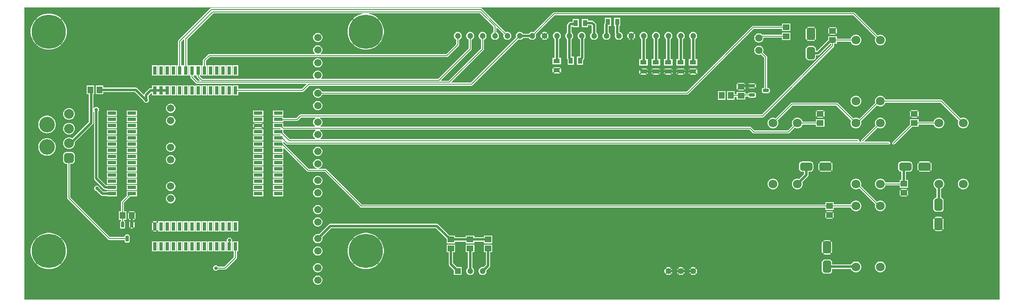
<source format=gbl>
G04*
G04 #@! TF.GenerationSoftware,Altium Limited,Altium Designer,23.9.2 (47)*
G04*
G04 Layer_Physical_Order=2*
G04 Layer_Color=16711680*
%FSLAX44Y44*%
%MOMM*%
G71*
G04*
G04 #@! TF.SameCoordinates,157385A2-C64E-4232-8B57-420B110F1FB1*
G04*
G04*
G04 #@! TF.FilePolarity,Positive*
G04*
G01*
G75*
%ADD10C,0.2000*%
G04:AMPARAMS|DCode=13|XSize=0.65mm|YSize=1.25mm|CornerRadius=0.1625mm|HoleSize=0mm|Usage=FLASHONLY|Rotation=90.000|XOffset=0mm|YOffset=0mm|HoleType=Round|Shape=RoundedRectangle|*
%AMROUNDEDRECTD13*
21,1,0.6500,0.9250,0,0,90.0*
21,1,0.3250,1.2500,0,0,90.0*
1,1,0.3250,0.4625,0.1625*
1,1,0.3250,0.4625,-0.1625*
1,1,0.3250,-0.4625,-0.1625*
1,1,0.3250,-0.4625,0.1625*
%
%ADD13ROUNDEDRECTD13*%
%ADD14R,1.3500X1.1500*%
%ADD15R,1.1500X1.3500*%
%ADD28C,0.5000*%
%ADD30C,7.0000*%
%ADD31C,2.0000*%
G04:AMPARAMS|DCode=32|XSize=2mm|YSize=2mm|CornerRadius=0.5mm|HoleSize=0mm|Usage=FLASHONLY|Rotation=270.000|XOffset=0mm|YOffset=0mm|HoleType=Round|Shape=RoundedRectangle|*
%AMROUNDEDRECTD32*
21,1,2.0000,1.0000,0,0,270.0*
21,1,1.0000,2.0000,0,0,270.0*
1,1,1.0000,-0.5000,-0.5000*
1,1,1.0000,-0.5000,0.5000*
1,1,1.0000,0.5000,0.5000*
1,1,1.0000,0.5000,-0.5000*
%
%ADD32ROUNDEDRECTD32*%
%ADD33C,3.2000*%
%ADD34C,1.2000*%
%ADD35R,1.2000X1.2000*%
%ADD36C,1.5000*%
%ADD37C,1.8000*%
%ADD38C,0.7000*%
%ADD39R,0.9000X1.3000*%
%ADD40R,1.3000X0.9000*%
G04:AMPARAMS|DCode=41|XSize=1.7mm|YSize=2.5mm|CornerRadius=0.425mm|HoleSize=0mm|Usage=FLASHONLY|Rotation=270.000|XOffset=0mm|YOffset=0mm|HoleType=Round|Shape=RoundedRectangle|*
%AMROUNDEDRECTD41*
21,1,1.7000,1.6500,0,0,270.0*
21,1,0.8500,2.5000,0,0,270.0*
1,1,0.8500,-0.8250,-0.4250*
1,1,0.8500,-0.8250,0.4250*
1,1,0.8500,0.8250,0.4250*
1,1,0.8500,0.8250,-0.4250*
%
%ADD41ROUNDEDRECTD41*%
G04:AMPARAMS|DCode=42|XSize=1.7mm|YSize=2.5mm|CornerRadius=0.425mm|HoleSize=0mm|Usage=FLASHONLY|Rotation=0.000|XOffset=0mm|YOffset=0mm|HoleType=Round|Shape=RoundedRectangle|*
%AMROUNDEDRECTD42*
21,1,1.7000,1.6500,0,0,0.0*
21,1,0.8500,2.5000,0,0,0.0*
1,1,0.8500,0.4250,-0.8250*
1,1,0.8500,-0.4250,-0.8250*
1,1,0.8500,-0.4250,0.8250*
1,1,0.8500,0.4250,0.8250*
%
%ADD42ROUNDEDRECTD42*%
G04:AMPARAMS|DCode=43|XSize=0.65mm|YSize=1.25mm|CornerRadius=0.1625mm|HoleSize=0mm|Usage=FLASHONLY|Rotation=180.000|XOffset=0mm|YOffset=0mm|HoleType=Round|Shape=RoundedRectangle|*
%AMROUNDEDRECTD43*
21,1,0.6500,0.9250,0,0,180.0*
21,1,0.3250,1.2500,0,0,180.0*
1,1,0.3250,-0.1625,0.4625*
1,1,0.3250,0.1625,0.4625*
1,1,0.3250,0.1625,-0.4625*
1,1,0.3250,-0.1625,-0.4625*
%
%ADD43ROUNDEDRECTD43*%
%ADD44R,0.7400X1.7000*%
%ADD45R,1.7000X0.7400*%
G36*
X2000000D02*
X0D01*
Y600000D01*
X2000000D01*
Y0D01*
D02*
G37*
%LPC*%
G36*
X936087Y598689D02*
X936087Y598689D01*
X383540D01*
X383540Y598689D01*
X382369Y598456D01*
X381377Y597793D01*
X381377Y597793D01*
X316087Y532503D01*
X315424Y531511D01*
X315191Y530340D01*
X315191Y530340D01*
Y481000D01*
X312550D01*
Y460000D01*
X323950D01*
Y481000D01*
X321309D01*
Y529073D01*
X326621Y534385D01*
X327891Y533859D01*
Y481000D01*
X325250D01*
Y460000D01*
X336650D01*
Y481000D01*
X334009D01*
Y534153D01*
X387574Y587718D01*
X693505D01*
X693605Y586448D01*
X691336Y586089D01*
X685797Y584289D01*
X680608Y581645D01*
X675896Y578222D01*
X674544Y576870D01*
X700000Y551414D01*
X725456Y576870D01*
X724104Y578222D01*
X719392Y581645D01*
X714203Y584289D01*
X708664Y586089D01*
X706395Y586448D01*
X706495Y587718D01*
X934016D01*
X961841Y559893D01*
Y548763D01*
X961812Y548755D01*
X959988Y547702D01*
X958498Y546212D01*
X957445Y544388D01*
X956900Y542353D01*
Y540247D01*
X957445Y538212D01*
X958498Y536388D01*
X959988Y534898D01*
X961812Y533845D01*
X963847Y533300D01*
X965953D01*
X967988Y533845D01*
X969812Y534898D01*
X971302Y536388D01*
X972355Y538212D01*
X972900Y540247D01*
Y542353D01*
X972355Y544388D01*
X971302Y546212D01*
X969812Y547702D01*
X967988Y548755D01*
X967959Y548763D01*
Y557656D01*
X969132Y558142D01*
X982860Y544414D01*
X982845Y544388D01*
X982300Y542353D01*
Y540247D01*
X982845Y538212D01*
X983898Y536388D01*
X985388Y534898D01*
X987212Y533845D01*
X989247Y533300D01*
X991353D01*
X993388Y533845D01*
X995212Y534898D01*
X996702Y536388D01*
X997755Y538212D01*
X998300Y540247D01*
Y542353D01*
X997755Y544388D01*
X996702Y546212D01*
X995212Y547702D01*
X993388Y548755D01*
X991353Y549300D01*
X989247D01*
X987212Y548755D01*
X987186Y548740D01*
X971298Y564628D01*
X971063Y564980D01*
X971063Y564980D01*
X938250Y597793D01*
X938250Y597793D01*
X937257Y598456D01*
X936087Y598689D01*
D02*
G37*
G36*
X1570690Y566910D02*
X1553190D01*
Y561859D01*
X1494310D01*
X1494310Y561859D01*
X1493139Y561626D01*
X1492147Y560963D01*
X1492147Y560963D01*
X1358013Y426829D01*
X610526D01*
X610363Y427437D01*
X609112Y429603D01*
X607343Y431372D01*
X605177Y432623D01*
X602761Y433270D01*
X600259D01*
X597843Y432623D01*
X595677Y431372D01*
X593908Y429603D01*
X592657Y427437D01*
X592010Y425021D01*
Y422519D01*
X592657Y420103D01*
X593908Y417937D01*
X595677Y416168D01*
X597843Y414917D01*
X600259Y414270D01*
X602761D01*
X605177Y414917D01*
X607343Y416168D01*
X609112Y417937D01*
X610363Y420103D01*
X610526Y420711D01*
X1359280D01*
X1359280Y420711D01*
X1360451Y420944D01*
X1361443Y421607D01*
X1495577Y555741D01*
X1553190D01*
Y551410D01*
X1570690D01*
Y566910D01*
D02*
G37*
G36*
X1136980Y576190D02*
X1123980D01*
Y570307D01*
X1120229D01*
X1118473Y569958D01*
X1116985Y568963D01*
X1114056Y566034D01*
X1113061Y564546D01*
X1112712Y562790D01*
Y547889D01*
X1112388Y547702D01*
X1110898Y546212D01*
X1109845Y544388D01*
X1109300Y542353D01*
Y540247D01*
X1109845Y538212D01*
X1110898Y536388D01*
X1112388Y534898D01*
X1112712Y534711D01*
Y495240D01*
X1113061Y493484D01*
X1113820Y492348D01*
Y481720D01*
X1126820D01*
Y498720D01*
X1121888D01*
Y534711D01*
X1122212Y534898D01*
X1123702Y536388D01*
X1124755Y538212D01*
X1125300Y540247D01*
Y542353D01*
X1124755Y544388D01*
X1123702Y546212D01*
X1122212Y547702D01*
X1121888Y547889D01*
Y560890D01*
X1122130Y561131D01*
X1123980D01*
Y559190D01*
X1136980D01*
Y576190D01*
D02*
G37*
G36*
X52912Y587000D02*
X47088D01*
X41336Y586089D01*
X35797Y584289D01*
X30608Y581645D01*
X25896Y578222D01*
X24544Y576870D01*
X50000Y551414D01*
X75456Y576870D01*
X74104Y578222D01*
X69392Y581645D01*
X64203Y584289D01*
X58664Y586089D01*
X52912Y587000D01*
D02*
G37*
G36*
X1616990Y560152D02*
X1608490D01*
X1606051Y559667D01*
X1604832Y558853D01*
X1612740Y550944D01*
X1620648Y558853D01*
X1619429Y559667D01*
X1616990Y560152D01*
D02*
G37*
G36*
X1665940Y557876D02*
X1659604Y551540D01*
X1665940Y545204D01*
Y557876D01*
D02*
G37*
G36*
X1648440Y557876D02*
Y545204D01*
X1654776Y551540D01*
X1648440Y557876D01*
D02*
G37*
G36*
X1664526Y559290D02*
X1649854D01*
X1656897Y552247D01*
X1656190Y551540D01*
X1656897Y550833D01*
X1649854Y543790D01*
X1664526D01*
X1657483Y550833D01*
X1658190Y551540D01*
X1657483Y552247D01*
X1664526Y559290D01*
D02*
G37*
G36*
X1570690Y548410D02*
X1553190D01*
Y543719D01*
X1513028D01*
X1512993Y543712D01*
X1511893Y544812D01*
X1509727Y546063D01*
X1507311Y546710D01*
X1504809D01*
X1502393Y546063D01*
X1500227Y544812D01*
X1498458Y543043D01*
X1497207Y540877D01*
X1496560Y538461D01*
Y535959D01*
X1497207Y533543D01*
X1498458Y531377D01*
X1500227Y529608D01*
X1502393Y528357D01*
X1504809Y527710D01*
X1507311D01*
X1509727Y528357D01*
X1511893Y529608D01*
X1513662Y531377D01*
X1514913Y533543D01*
X1515560Y535959D01*
Y537601D01*
X1553190D01*
Y532910D01*
X1570690D01*
Y548410D01*
D02*
G37*
G36*
X1245353Y549300D02*
X1243247D01*
X1241212Y548755D01*
X1239388Y547702D01*
X1239350Y547664D01*
X1244300Y542714D01*
X1249250Y547664D01*
X1249212Y547702D01*
X1247388Y548755D01*
X1245353Y549300D01*
D02*
G37*
G36*
X1067553D02*
X1065447D01*
X1063412Y548755D01*
X1061588Y547702D01*
X1061550Y547664D01*
X1066500Y542714D01*
X1071450Y547664D01*
X1071412Y547702D01*
X1069588Y548755D01*
X1067553Y549300D01*
D02*
G37*
G36*
X1072864Y546250D02*
X1067914Y541300D01*
X1072864Y536350D01*
X1072902Y536388D01*
X1073955Y538212D01*
X1074500Y540247D01*
Y542353D01*
X1073955Y544388D01*
X1072902Y546212D01*
X1072864Y546250D01*
D02*
G37*
G36*
X1250664D02*
X1245714Y541300D01*
X1250664Y536350D01*
X1250702Y536388D01*
X1251755Y538212D01*
X1252300Y540247D01*
Y542353D01*
X1251755Y544388D01*
X1250702Y546212D01*
X1250664Y546250D01*
D02*
G37*
G36*
X1237936Y546250D02*
X1237898Y546212D01*
X1236845Y544388D01*
X1236300Y542353D01*
Y540247D01*
X1236845Y538212D01*
X1237898Y536388D01*
X1237936Y536350D01*
X1242886Y541300D01*
X1237936Y546250D01*
D02*
G37*
G36*
X1060136D02*
X1060098Y546212D01*
X1059045Y544388D01*
X1058500Y542353D01*
Y540247D01*
X1059045Y538212D01*
X1060098Y536388D01*
X1060136Y536350D01*
X1065086Y541300D01*
X1060136Y546250D01*
D02*
G37*
G36*
X1706448Y543500D02*
X1703552D01*
X1700754Y542750D01*
X1698246Y541302D01*
X1696198Y539254D01*
X1694750Y536746D01*
X1694432Y535559D01*
X1665940D01*
Y540790D01*
X1648440D01*
Y533465D01*
X1647796Y533034D01*
X1625379Y510618D01*
X1623362D01*
Y514280D01*
X1622877Y516719D01*
X1621496Y518786D01*
X1619429Y520167D01*
X1616990Y520653D01*
X1608490D01*
X1606051Y520167D01*
X1603984Y518786D01*
X1602603Y516719D01*
X1602118Y514280D01*
Y497780D01*
X1602603Y495341D01*
X1603984Y493274D01*
X1606051Y491893D01*
X1608490Y491408D01*
X1616990D01*
X1619429Y491893D01*
X1621496Y493274D01*
X1622877Y495341D01*
X1623362Y497780D01*
Y501442D01*
X1627280D01*
X1629036Y501791D01*
X1630524Y502786D01*
X1652861Y525123D01*
X1654131Y525010D01*
Y521967D01*
X1512223Y380059D01*
X566230D01*
X566230Y380059D01*
X565060Y379826D01*
X564067Y379163D01*
X564067Y379163D01*
X557533Y372629D01*
X531000D01*
Y375550D01*
X510000D01*
Y364150D01*
X531000D01*
Y366511D01*
X558800D01*
X558800Y366511D01*
X559971Y366744D01*
X560963Y367407D01*
X567497Y373941D01*
X597050D01*
X597391Y372671D01*
X595677Y371682D01*
X593908Y369913D01*
X592657Y367747D01*
X592010Y365331D01*
Y362829D01*
X592657Y360413D01*
X593908Y358247D01*
X595677Y356478D01*
X596299Y356119D01*
X595959Y354849D01*
X531927D01*
X531000Y355776D01*
Y362850D01*
X510000D01*
Y351450D01*
X525479D01*
X525499Y351420D01*
X524820Y350150D01*
X510000D01*
Y338750D01*
X525479D01*
X525499Y338720D01*
X524820Y337450D01*
X510000D01*
Y326050D01*
X528219D01*
X528239Y326020D01*
X527560Y324750D01*
X510000D01*
Y313350D01*
X528219D01*
X528239Y313320D01*
X527560Y312050D01*
X510000D01*
Y300650D01*
X531000D01*
Y310105D01*
X532173Y310591D01*
X579497Y263267D01*
X579497Y263267D01*
X580489Y262604D01*
X581660Y262371D01*
X615953D01*
X688357Y189967D01*
X689350Y189304D01*
X690520Y189071D01*
X1642090D01*
Y184380D01*
X1659590D01*
Y189071D01*
X1670840D01*
X1672010Y189304D01*
X1672216Y189441D01*
X1694432D01*
X1694750Y188254D01*
X1696198Y185746D01*
X1698246Y183698D01*
X1700754Y182250D01*
X1703552Y181500D01*
X1706448D01*
X1709246Y182250D01*
X1711754Y183698D01*
X1713802Y185746D01*
X1715250Y188254D01*
X1716000Y191052D01*
Y193948D01*
X1715250Y196746D01*
X1713802Y199254D01*
X1711754Y201302D01*
X1709246Y202750D01*
X1706448Y203500D01*
X1703552D01*
X1700754Y202750D01*
X1698246Y201302D01*
X1696198Y199254D01*
X1694750Y196746D01*
X1694432Y195559D01*
X1659590D01*
Y199880D01*
X1642090D01*
Y195189D01*
X691787D01*
X619383Y267593D01*
X618391Y268256D01*
X617220Y268489D01*
X617220Y268489D01*
X603931D01*
X603764Y269759D01*
X605177Y270138D01*
X607343Y271388D01*
X609112Y273157D01*
X610363Y275323D01*
X611010Y277739D01*
Y280241D01*
X610363Y282657D01*
X609112Y284823D01*
X607343Y286592D01*
X605177Y287843D01*
X602761Y288490D01*
X600259D01*
X597843Y287843D01*
X595677Y286592D01*
X593908Y284823D01*
X592657Y282657D01*
X592010Y280241D01*
Y277739D01*
X592657Y275323D01*
X593908Y273157D01*
X595677Y271388D01*
X597843Y270138D01*
X599256Y269759D01*
X599089Y268489D01*
X582927D01*
X531000Y320416D01*
Y322805D01*
X532173Y323291D01*
X536317Y319147D01*
X536317Y319147D01*
X537309Y318484D01*
X538480Y318251D01*
X538480Y318251D01*
X1772280D01*
X1773450Y318484D01*
X1774443Y319147D01*
X1775106Y320140D01*
X1775339Y321310D01*
X1775106Y322481D01*
X1774443Y323473D01*
X1773450Y324136D01*
X1772280Y324369D01*
X1722854D01*
X1722368Y325542D01*
X1749690Y352864D01*
X1750754Y352250D01*
X1753552Y351500D01*
X1756448D01*
X1759246Y352250D01*
X1761754Y353698D01*
X1763802Y355746D01*
X1765250Y358254D01*
X1766000Y361052D01*
Y363948D01*
X1765250Y366746D01*
X1763802Y369254D01*
X1761754Y371302D01*
X1759246Y372750D01*
X1756448Y373500D01*
X1753552D01*
X1750754Y372750D01*
X1748246Y371302D01*
X1746198Y369254D01*
X1744750Y366746D01*
X1744000Y363948D01*
Y361052D01*
X1744750Y358254D01*
X1745364Y357190D01*
X1716727Y328553D01*
X1716064Y327561D01*
X1715831Y326390D01*
X1715981Y325639D01*
X1715221Y324369D01*
X1712559D01*
X1711799Y325639D01*
X1711949Y326390D01*
X1711716Y327561D01*
X1711053Y328553D01*
X1710060Y329216D01*
X1708890Y329449D01*
X607061D01*
X606721Y330719D01*
X607343Y331078D01*
X609112Y332847D01*
X610363Y335013D01*
X611010Y337429D01*
Y339931D01*
X610363Y342347D01*
X609112Y344513D01*
X607343Y346282D01*
X606323Y346871D01*
X605905Y348565D01*
X606009Y348731D01*
X1487013D01*
X1493737Y342007D01*
X1494729Y341344D01*
X1495900Y341111D01*
X1566670D01*
X1566670Y341111D01*
X1567841Y341344D01*
X1568833Y342007D01*
X1579690Y352864D01*
X1580754Y352250D01*
X1583552Y351500D01*
X1586448D01*
X1589246Y352250D01*
X1591754Y353698D01*
X1593802Y355746D01*
X1595250Y358254D01*
X1595568Y359441D01*
X1623040D01*
Y355110D01*
X1640540D01*
Y370610D01*
X1623040D01*
Y365559D01*
X1595568D01*
X1595250Y366746D01*
X1593802Y369254D01*
X1591754Y371302D01*
X1589246Y372750D01*
X1586448Y373500D01*
X1583552D01*
X1580754Y372750D01*
X1578246Y371302D01*
X1576198Y369254D01*
X1574750Y366746D01*
X1574000Y363948D01*
Y361052D01*
X1574750Y358254D01*
X1575364Y357190D01*
X1565403Y347229D01*
X1497167D01*
X1490443Y353953D01*
X1489451Y354616D01*
X1488280Y354849D01*
X1488280Y354849D01*
X607061D01*
X606721Y356119D01*
X607343Y356478D01*
X609112Y358247D01*
X610363Y360413D01*
X611010Y362829D01*
Y365331D01*
X610363Y367747D01*
X609112Y369913D01*
X607343Y371682D01*
X605630Y372671D01*
X605970Y373941D01*
X1513490D01*
X1513490Y373941D01*
X1514660Y374174D01*
X1515653Y374837D01*
X1659353Y518537D01*
X1660016Y519529D01*
X1660249Y520700D01*
X1660249Y520700D01*
Y525290D01*
X1665940D01*
Y529441D01*
X1694432D01*
X1694750Y528254D01*
X1696198Y525746D01*
X1698246Y523698D01*
X1700754Y522250D01*
X1703552Y521500D01*
X1706448D01*
X1709246Y522250D01*
X1711754Y523698D01*
X1713802Y525746D01*
X1715250Y528254D01*
X1716000Y531052D01*
Y533948D01*
X1715250Y536746D01*
X1713802Y539254D01*
X1711754Y541302D01*
X1709246Y542750D01*
X1706448Y543500D01*
D02*
G37*
G36*
X1603418Y557438D02*
X1602603Y556219D01*
X1602118Y553780D01*
Y537280D01*
X1602603Y534841D01*
X1603418Y533622D01*
X1612033Y542237D01*
X1612740Y541530D01*
X1613447Y542237D01*
X1622063Y533622D01*
X1622877Y534841D01*
X1623362Y537280D01*
Y553780D01*
X1622877Y556219D01*
X1622063Y557438D01*
X1613447Y548823D01*
X1612740Y549530D01*
X1612033Y548823D01*
X1603418Y557438D01*
D02*
G37*
G36*
X1244300Y539886D02*
X1239350Y534936D01*
X1239388Y534898D01*
X1241212Y533845D01*
X1243247Y533300D01*
X1245353D01*
X1247388Y533845D01*
X1249212Y534898D01*
X1249250Y534936D01*
X1244300Y539886D01*
D02*
G37*
G36*
X1222020Y578730D02*
X1209020D01*
Y561730D01*
X1210932D01*
Y546574D01*
X1211281Y544818D01*
X1211503Y544487D01*
X1211445Y544388D01*
X1210900Y542353D01*
Y540247D01*
X1211445Y538212D01*
X1212498Y536388D01*
X1213988Y534898D01*
X1215812Y533845D01*
X1217847Y533300D01*
X1219953D01*
X1221988Y533845D01*
X1223812Y534898D01*
X1225302Y536388D01*
X1226355Y538212D01*
X1226900Y540247D01*
Y542353D01*
X1226355Y544388D01*
X1225302Y546212D01*
X1223812Y547702D01*
X1221988Y548755D01*
X1220108Y549258D01*
Y561730D01*
X1222020D01*
Y578730D01*
D02*
G37*
G36*
X1203020D02*
X1190020D01*
Y568102D01*
X1189261Y566966D01*
X1188912Y565210D01*
Y547889D01*
X1188588Y547702D01*
X1187098Y546212D01*
X1186045Y544388D01*
X1185500Y542353D01*
Y540247D01*
X1186045Y538212D01*
X1187098Y536388D01*
X1188588Y534898D01*
X1190412Y533845D01*
X1192447Y533300D01*
X1194553D01*
X1196588Y533845D01*
X1198412Y534898D01*
X1199902Y536388D01*
X1200955Y538212D01*
X1201500Y540247D01*
Y542353D01*
X1200955Y544388D01*
X1199902Y546212D01*
X1198412Y547702D01*
X1198088Y547889D01*
Y561730D01*
X1203020D01*
Y578730D01*
D02*
G37*
G36*
X1155980Y576190D02*
X1142980D01*
Y559190D01*
X1155980D01*
Y563102D01*
X1162209D01*
X1163512Y561800D01*
Y547889D01*
X1163188Y547702D01*
X1161698Y546212D01*
X1160645Y544388D01*
X1160100Y542353D01*
Y540247D01*
X1160645Y538212D01*
X1161698Y536388D01*
X1163188Y534898D01*
X1165012Y533845D01*
X1167047Y533300D01*
X1169153D01*
X1171188Y533845D01*
X1173012Y534898D01*
X1174502Y536388D01*
X1175555Y538212D01*
X1176100Y540247D01*
Y542353D01*
X1175555Y544388D01*
X1174502Y546212D01*
X1173012Y547702D01*
X1172688Y547889D01*
Y563700D01*
X1172339Y565456D01*
X1171344Y566944D01*
X1167354Y570934D01*
X1165866Y571929D01*
X1164110Y572278D01*
X1155980D01*
Y576190D01*
D02*
G37*
G36*
X1066500Y539886D02*
X1061550Y534936D01*
X1061588Y534898D01*
X1063412Y533845D01*
X1065447Y533300D01*
X1067553D01*
X1069588Y533845D01*
X1071412Y534898D01*
X1071450Y534936D01*
X1066500Y539886D01*
D02*
G37*
G36*
X1612740Y540116D02*
X1604832Y532207D01*
X1606051Y531393D01*
X1608490Y530908D01*
X1616990D01*
X1619429Y531393D01*
X1620648Y532207D01*
X1612740Y540116D01*
D02*
G37*
G36*
X602761Y547570D02*
X600259D01*
X597843Y546923D01*
X595677Y545672D01*
X593908Y543903D01*
X592657Y541737D01*
X592010Y539321D01*
Y536819D01*
X592657Y534403D01*
X593908Y532237D01*
X595677Y530468D01*
X597843Y529217D01*
X600259Y528570D01*
X602761D01*
X605177Y529217D01*
X607343Y530468D01*
X609112Y532237D01*
X610363Y534403D01*
X611010Y536819D01*
Y539321D01*
X610363Y541737D01*
X609112Y543903D01*
X607343Y545672D01*
X605177Y546923D01*
X602761Y547570D01*
D02*
G37*
G36*
X726870Y575456D02*
X701414Y550000D01*
X726870Y524544D01*
X728222Y525896D01*
X731645Y530608D01*
X734289Y535797D01*
X736089Y541336D01*
X737000Y547088D01*
Y552912D01*
X736089Y558664D01*
X734289Y564203D01*
X731645Y569392D01*
X728222Y574104D01*
X726870Y575456D01*
D02*
G37*
G36*
X76870D02*
X51414Y550000D01*
X76870Y524544D01*
X78222Y525896D01*
X81645Y530608D01*
X84289Y535797D01*
X86089Y541336D01*
X87000Y547088D01*
Y552912D01*
X86089Y558664D01*
X84289Y564203D01*
X81645Y569392D01*
X78222Y574104D01*
X76870Y575456D01*
D02*
G37*
G36*
X673130D02*
X671778Y574104D01*
X668355Y569392D01*
X665711Y564203D01*
X663911Y558664D01*
X663000Y552912D01*
Y547088D01*
X663911Y541336D01*
X665711Y535797D01*
X668355Y530608D01*
X671778Y525896D01*
X673130Y524544D01*
X698586Y550000D01*
X673130Y575456D01*
D02*
G37*
G36*
X23130D02*
X21778Y574104D01*
X18355Y569392D01*
X15711Y564203D01*
X13911Y558664D01*
X13000Y552912D01*
Y547088D01*
X13911Y541336D01*
X15711Y535797D01*
X18355Y530608D01*
X21778Y525896D01*
X23130Y524544D01*
X48586Y550000D01*
X23130Y575456D01*
D02*
G37*
G36*
X1700760Y589799D02*
X1700760Y589799D01*
X1086540D01*
X1085369Y589566D01*
X1084377Y588903D01*
X1044214Y548740D01*
X1044188Y548755D01*
X1042153Y549300D01*
X1040047D01*
X1038012Y548755D01*
X1036188Y547702D01*
X1034698Y546212D01*
X1034511Y545888D01*
X1022289D01*
X1022102Y546212D01*
X1020612Y547702D01*
X1018788Y548755D01*
X1016753Y549300D01*
X1014647D01*
X1012612Y548755D01*
X1010788Y547702D01*
X1009298Y546212D01*
X1008245Y544388D01*
X1007700Y542353D01*
Y540247D01*
X1008245Y538212D01*
X1008260Y538186D01*
X915233Y445159D01*
X876114D01*
X875628Y446332D01*
X941663Y512367D01*
X941663Y512367D01*
X942326Y513359D01*
X942559Y514530D01*
Y533837D01*
X942588Y533845D01*
X944412Y534898D01*
X945902Y536388D01*
X946955Y538212D01*
X947500Y540247D01*
Y542353D01*
X946955Y544388D01*
X945902Y546212D01*
X944412Y547702D01*
X942588Y548755D01*
X940553Y549300D01*
X938447D01*
X936412Y548755D01*
X934588Y547702D01*
X933098Y546212D01*
X932045Y544388D01*
X931500Y542353D01*
Y540247D01*
X932045Y538212D01*
X933098Y536388D01*
X934588Y534898D01*
X936412Y533845D01*
X936441Y533837D01*
Y515797D01*
X869803Y449159D01*
X854714D01*
X854228Y450332D01*
X916263Y512367D01*
X916926Y513359D01*
X917159Y514530D01*
X917159Y514530D01*
Y533837D01*
X917188Y533845D01*
X919012Y534898D01*
X920502Y536388D01*
X921555Y538212D01*
X922100Y540247D01*
Y542353D01*
X921555Y544388D01*
X920502Y546212D01*
X919012Y547702D01*
X917188Y548755D01*
X915153Y549300D01*
X913047D01*
X911012Y548755D01*
X909188Y547702D01*
X907698Y546212D01*
X906645Y544388D01*
X906100Y542353D01*
Y540247D01*
X906645Y538212D01*
X907698Y536388D01*
X909188Y534898D01*
X911012Y533845D01*
X911041Y533837D01*
Y515797D01*
X848403Y453159D01*
X609163D01*
X608677Y454332D01*
X609112Y454767D01*
X610363Y456933D01*
X611010Y459349D01*
Y461851D01*
X610363Y464267D01*
X609112Y466433D01*
X607343Y468202D01*
X605177Y469453D01*
X602761Y470100D01*
X600259D01*
X597843Y469453D01*
X595677Y468202D01*
X593908Y466433D01*
X592657Y464267D01*
X592010Y461851D01*
Y459349D01*
X592657Y456933D01*
X593908Y454767D01*
X594343Y454332D01*
X593857Y453159D01*
X365237D01*
X359666Y458730D01*
X360029Y460000D01*
X362050D01*
Y481000D01*
X350650D01*
Y460000D01*
X353291D01*
Y457720D01*
X353291Y457720D01*
X353524Y456549D01*
X354187Y455557D01*
X359412Y450332D01*
X358926Y449159D01*
X355167D01*
X346709Y457617D01*
Y460000D01*
X349350D01*
Y481000D01*
X337950D01*
Y460000D01*
X340591D01*
Y456350D01*
X340591Y456350D01*
X340824Y455179D01*
X341487Y454187D01*
X351737Y443937D01*
X351737Y443937D01*
X352729Y443274D01*
X353900Y443041D01*
X353900Y443041D01*
X578026D01*
X578512Y441868D01*
X569203Y432559D01*
X438250D01*
Y440000D01*
X426850D01*
Y419000D01*
X438250D01*
Y426441D01*
X570470D01*
X570470Y426441D01*
X571641Y426674D01*
X572633Y427337D01*
X584337Y439041D01*
X916500D01*
X916500Y439041D01*
X917671Y439274D01*
X918663Y439937D01*
X1012586Y533860D01*
X1012612Y533845D01*
X1014647Y533300D01*
X1016753D01*
X1018788Y533845D01*
X1020612Y534898D01*
X1022102Y536388D01*
X1022289Y536712D01*
X1034511D01*
X1034698Y536388D01*
X1036188Y534898D01*
X1038012Y533845D01*
X1040047Y533300D01*
X1042153D01*
X1044188Y533845D01*
X1046012Y534898D01*
X1047502Y536388D01*
X1048555Y538212D01*
X1049100Y540247D01*
Y542353D01*
X1048555Y544388D01*
X1048540Y544414D01*
X1087807Y583681D01*
X1699493D01*
X1745364Y537810D01*
X1744750Y536746D01*
X1744000Y533948D01*
Y531052D01*
X1744750Y528254D01*
X1746198Y525746D01*
X1748246Y523698D01*
X1750754Y522250D01*
X1753552Y521500D01*
X1756448D01*
X1759246Y522250D01*
X1761754Y523698D01*
X1763802Y525746D01*
X1765250Y528254D01*
X1766000Y531052D01*
Y533948D01*
X1765250Y536746D01*
X1763802Y539254D01*
X1761754Y541302D01*
X1759246Y542750D01*
X1756448Y543500D01*
X1753552D01*
X1750754Y542750D01*
X1749690Y542136D01*
X1702923Y588903D01*
X1701931Y589566D01*
X1700760Y589799D01*
D02*
G37*
G36*
X700000Y548586D02*
X674544Y523130D01*
X675896Y521778D01*
X680608Y518355D01*
X685797Y515711D01*
X691336Y513911D01*
X697088Y513000D01*
X702912D01*
X708664Y513911D01*
X714203Y515711D01*
X719392Y518355D01*
X724104Y521778D01*
X725456Y523130D01*
X700000Y548586D01*
D02*
G37*
G36*
X50000D02*
X24544Y523130D01*
X25896Y521778D01*
X30608Y518355D01*
X35797Y515711D01*
X41336Y513911D01*
X47088Y513000D01*
X52912D01*
X58664Y513911D01*
X64203Y515711D01*
X69392Y518355D01*
X74104Y521778D01*
X75456Y523130D01*
X50000Y548586D01*
D02*
G37*
G36*
X889753Y549300D02*
X887647D01*
X885612Y548755D01*
X883788Y547702D01*
X882298Y546212D01*
X881245Y544388D01*
X880700Y542353D01*
Y540247D01*
X881245Y538212D01*
X882298Y536388D01*
X883788Y534898D01*
X885612Y533845D01*
X885641Y533837D01*
Y524687D01*
X865028Y504074D01*
X608008D01*
X607619Y505344D01*
X609112Y506837D01*
X610363Y509003D01*
X611010Y511419D01*
Y513921D01*
X610363Y516337D01*
X609112Y518503D01*
X607343Y520272D01*
X605177Y521523D01*
X602761Y522170D01*
X600259D01*
X597843Y521523D01*
X595677Y520272D01*
X593908Y518503D01*
X592657Y516337D01*
X592010Y513921D01*
Y511419D01*
X592657Y509003D01*
X593908Y506837D01*
X595401Y505344D01*
X595011Y504074D01*
X379095D01*
X377924Y503841D01*
X376932Y503178D01*
X376932Y503178D01*
X366887Y493133D01*
X366224Y492141D01*
X365991Y490970D01*
X365991Y490970D01*
Y481000D01*
X363350D01*
Y460000D01*
X374750D01*
Y481000D01*
X372109D01*
Y489703D01*
X380362Y497956D01*
X866295D01*
X866295Y497956D01*
X867466Y498189D01*
X868458Y498852D01*
X890863Y521257D01*
X890863Y521257D01*
X891526Y522249D01*
X891759Y523420D01*
Y533837D01*
X891788Y533845D01*
X893612Y534898D01*
X895102Y536388D01*
X896155Y538212D01*
X896700Y540247D01*
Y542353D01*
X896155Y544388D01*
X895102Y546212D01*
X893612Y547702D01*
X891788Y548755D01*
X889753Y549300D01*
D02*
G37*
G36*
X1092953D02*
X1090847D01*
X1088812Y548755D01*
X1086988Y547702D01*
X1085498Y546212D01*
X1084445Y544388D01*
X1083900Y542353D01*
Y540247D01*
X1084445Y538212D01*
X1085498Y536388D01*
X1086988Y534898D01*
X1087222Y534763D01*
Y496060D01*
X1083220D01*
Y483060D01*
X1100220D01*
Y496060D01*
X1096398D01*
Y534659D01*
X1096812Y534898D01*
X1098302Y536388D01*
X1099355Y538212D01*
X1099900Y540247D01*
Y542353D01*
X1099355Y544388D01*
X1098302Y546212D01*
X1096812Y547702D01*
X1094988Y548755D01*
X1092953Y549300D01*
D02*
G37*
G36*
X1143753D02*
X1141647D01*
X1139612Y548755D01*
X1137788Y547702D01*
X1136298Y546212D01*
X1135245Y544388D01*
X1134700Y542353D01*
Y540247D01*
X1135245Y538212D01*
X1136298Y536388D01*
X1137788Y534898D01*
X1139202Y534082D01*
Y498720D01*
X1132820D01*
Y481720D01*
X1145820D01*
Y492231D01*
X1147034Y493446D01*
X1148029Y494934D01*
X1148378Y496690D01*
Y535664D01*
X1149102Y536388D01*
X1150155Y538212D01*
X1150700Y540247D01*
Y542353D01*
X1150155Y544388D01*
X1149102Y546212D01*
X1147612Y547702D01*
X1145788Y548755D01*
X1143753Y549300D01*
D02*
G37*
G36*
X1372353D02*
X1370247D01*
X1368212Y548755D01*
X1366388Y547702D01*
X1364898Y546212D01*
X1363845Y544388D01*
X1363300Y542353D01*
Y540247D01*
X1363845Y538212D01*
X1364898Y536388D01*
X1366388Y534898D01*
X1366622Y534763D01*
Y493520D01*
X1362620D01*
Y480520D01*
X1379620D01*
Y493520D01*
X1375798D01*
Y534659D01*
X1376212Y534898D01*
X1377702Y536388D01*
X1378755Y538212D01*
X1379300Y540247D01*
Y542353D01*
X1378755Y544388D01*
X1377702Y546212D01*
X1376212Y547702D01*
X1374388Y548755D01*
X1372353Y549300D01*
D02*
G37*
G36*
X1346953D02*
X1344847D01*
X1342812Y548755D01*
X1340988Y547702D01*
X1339498Y546212D01*
X1338445Y544388D01*
X1337900Y542353D01*
Y540247D01*
X1338445Y538212D01*
X1339498Y536388D01*
X1340988Y534898D01*
X1341222Y534763D01*
Y493520D01*
X1337220D01*
Y480520D01*
X1354220D01*
Y493520D01*
X1350398D01*
Y534659D01*
X1350812Y534898D01*
X1352302Y536388D01*
X1353355Y538212D01*
X1353900Y540247D01*
Y542353D01*
X1353355Y544388D01*
X1352302Y546212D01*
X1350812Y547702D01*
X1348988Y548755D01*
X1346953Y549300D01*
D02*
G37*
G36*
X1321553D02*
X1319447D01*
X1317412Y548755D01*
X1315588Y547702D01*
X1314098Y546212D01*
X1313045Y544388D01*
X1312500Y542353D01*
Y540247D01*
X1313045Y538212D01*
X1314098Y536388D01*
X1315588Y534898D01*
X1315822Y534763D01*
Y493520D01*
X1311820D01*
Y480520D01*
X1328820D01*
Y493520D01*
X1324998D01*
Y534659D01*
X1325412Y534898D01*
X1326902Y536388D01*
X1327955Y538212D01*
X1328500Y540247D01*
Y542353D01*
X1327955Y544388D01*
X1326902Y546212D01*
X1325412Y547702D01*
X1323588Y548755D01*
X1321553Y549300D01*
D02*
G37*
G36*
X1296153D02*
X1294047D01*
X1292012Y548755D01*
X1290188Y547702D01*
X1288698Y546212D01*
X1287645Y544388D01*
X1287100Y542353D01*
Y540247D01*
X1287645Y538212D01*
X1288698Y536388D01*
X1290188Y534898D01*
X1290422Y534763D01*
Y493520D01*
X1286420D01*
Y480520D01*
X1303420D01*
Y493520D01*
X1299598D01*
Y534659D01*
X1300012Y534898D01*
X1301502Y536388D01*
X1302555Y538212D01*
X1303100Y540247D01*
Y542353D01*
X1302555Y544388D01*
X1301502Y546212D01*
X1300012Y547702D01*
X1298188Y548755D01*
X1296153Y549300D01*
D02*
G37*
G36*
X1270753D02*
X1268647D01*
X1266612Y548755D01*
X1264788Y547702D01*
X1263298Y546212D01*
X1262245Y544388D01*
X1261700Y542353D01*
Y540247D01*
X1262245Y538212D01*
X1263298Y536388D01*
X1264788Y534898D01*
X1265022Y534763D01*
Y493520D01*
X1261020D01*
Y480520D01*
X1278020D01*
Y493520D01*
X1274198D01*
Y534659D01*
X1274612Y534898D01*
X1276102Y536388D01*
X1277155Y538212D01*
X1277700Y540247D01*
Y542353D01*
X1277155Y544388D01*
X1276102Y546212D01*
X1274612Y547702D01*
X1272788Y548755D01*
X1270753Y549300D01*
D02*
G37*
G36*
X602761Y495500D02*
X600259D01*
X597843Y494853D01*
X595677Y493602D01*
X593908Y491833D01*
X592657Y489667D01*
X592010Y487251D01*
Y484749D01*
X592657Y482333D01*
X593908Y480167D01*
X595677Y478398D01*
X597843Y477147D01*
X600259Y476500D01*
X602761D01*
X605177Y477147D01*
X607343Y478398D01*
X609112Y480167D01*
X610363Y482333D01*
X611010Y484749D01*
Y487251D01*
X610363Y489667D01*
X609112Y491833D01*
X607343Y493602D01*
X605177Y494853D01*
X602761Y495500D01*
D02*
G37*
G36*
X1083220Y475646D02*
Y465474D01*
X1088306Y470560D01*
X1083220Y475646D01*
D02*
G37*
G36*
X1100220Y475646D02*
X1095134Y470560D01*
X1100220Y465474D01*
Y475646D01*
D02*
G37*
G36*
X1098806Y477060D02*
X1084634D01*
X1090427Y471267D01*
X1089720Y470560D01*
X1090427Y469853D01*
X1084634Y464060D01*
X1098806D01*
X1093013Y469853D01*
X1093720Y470560D01*
X1093013Y471267D01*
X1098806Y477060D01*
D02*
G37*
G36*
X1362620Y473106D02*
Y462934D01*
X1367706Y468020D01*
X1362620Y473106D01*
D02*
G37*
G36*
X1311820D02*
Y462934D01*
X1316906Y468020D01*
X1311820Y473106D01*
D02*
G37*
G36*
X1286420D02*
Y462934D01*
X1291506Y468020D01*
X1286420Y473106D01*
D02*
G37*
G36*
X1261020D02*
Y462934D01*
X1266106Y468020D01*
X1261020Y473106D01*
D02*
G37*
G36*
X1337220D02*
Y462934D01*
X1342306Y468020D01*
X1337220Y473106D01*
D02*
G37*
G36*
X1354220Y473106D02*
X1349134Y468020D01*
X1354220Y462934D01*
Y473106D01*
D02*
G37*
G36*
X1278020D02*
X1272934Y468020D01*
X1278020Y462934D01*
Y473106D01*
D02*
G37*
G36*
X1379620D02*
X1374534Y468020D01*
X1379620Y462934D01*
Y473106D01*
D02*
G37*
G36*
X1328820D02*
X1323734Y468020D01*
X1328820Y462934D01*
Y473106D01*
D02*
G37*
G36*
X1303420D02*
X1298334Y468020D01*
X1303420Y462934D01*
Y473106D01*
D02*
G37*
G36*
X1378206Y474520D02*
X1364034D01*
X1369827Y468727D01*
X1369120Y468020D01*
X1369827Y467313D01*
X1364034Y461520D01*
X1378206D01*
X1372413Y467313D01*
X1373120Y468020D01*
X1372413Y468727D01*
X1378206Y474520D01*
D02*
G37*
G36*
X1352806D02*
X1338634D01*
X1344427Y468727D01*
X1343720Y468020D01*
X1344427Y467313D01*
X1338634Y461520D01*
X1352806D01*
X1347013Y467313D01*
X1347720Y468020D01*
X1347013Y468727D01*
X1352806Y474520D01*
D02*
G37*
G36*
X1327406D02*
X1313234D01*
X1319027Y468727D01*
X1318320Y468020D01*
X1319027Y467313D01*
X1313234Y461520D01*
X1327406D01*
X1321613Y467313D01*
X1322320Y468020D01*
X1321613Y468727D01*
X1327406Y474520D01*
D02*
G37*
G36*
X1302006D02*
X1287834D01*
X1293627Y468727D01*
X1292920Y468020D01*
X1293627Y467313D01*
X1287834Y461520D01*
X1302006D01*
X1296213Y467313D01*
X1296920Y468020D01*
X1296213Y468727D01*
X1302006Y474520D01*
D02*
G37*
G36*
X1276606D02*
X1262434D01*
X1268227Y468727D01*
X1267520Y468020D01*
X1268227Y467313D01*
X1262434Y461520D01*
X1276606D01*
X1270813Y467313D01*
X1271520Y468020D01*
X1270813Y468727D01*
X1276606Y474520D01*
D02*
G37*
G36*
X438250Y481000D02*
X426850D01*
Y460000D01*
X438250D01*
Y481000D01*
D02*
G37*
G36*
X425550D02*
X414150D01*
Y460000D01*
X425550D01*
Y481000D01*
D02*
G37*
G36*
X412850D02*
X401450D01*
Y460000D01*
X412850D01*
Y481000D01*
D02*
G37*
G36*
X400150D02*
X388750D01*
Y460000D01*
X400150D01*
Y481000D01*
D02*
G37*
G36*
X387450D02*
X376050D01*
Y460000D01*
X387450D01*
Y481000D01*
D02*
G37*
G36*
X311250D02*
X299850D01*
Y460000D01*
X311250D01*
Y481000D01*
D02*
G37*
G36*
X298550D02*
X287150D01*
Y460000D01*
X298550D01*
Y481000D01*
D02*
G37*
G36*
X285850D02*
X274450D01*
Y460000D01*
X285850D01*
Y481000D01*
D02*
G37*
G36*
X273150D02*
X261750D01*
Y460000D01*
X273150D01*
Y481000D01*
D02*
G37*
G36*
X1484005Y442151D02*
X1483770Y441799D01*
X1483489Y440385D01*
Y437135D01*
X1483770Y435721D01*
X1484005Y435369D01*
X1487396Y438760D01*
X1484005Y442151D01*
D02*
G37*
G36*
X1499615Y442151D02*
X1496224Y438760D01*
X1499615Y435369D01*
X1499850Y435721D01*
X1500131Y437135D01*
Y440385D01*
X1499850Y441799D01*
X1499615Y442151D01*
D02*
G37*
G36*
X298550Y440000D02*
X287150D01*
Y434088D01*
X285850D01*
Y440000D01*
X274450D01*
Y434088D01*
X273150D01*
Y440000D01*
X261750D01*
Y433947D01*
X259179D01*
X257423Y433598D01*
X255935Y432603D01*
X246756Y423424D01*
X245761Y421936D01*
X245699Y421624D01*
X244484Y421255D01*
X231964Y433774D01*
X230476Y434769D01*
X228720Y435118D01*
X161780D01*
Y439280D01*
X146280D01*
Y421780D01*
X161780D01*
Y425942D01*
X226819D01*
X244500Y408261D01*
Y408156D01*
X245337Y406134D01*
X246884Y404587D01*
X248906Y403750D01*
X251094D01*
X253116Y404587D01*
X254663Y406134D01*
X255500Y408156D01*
Y410344D01*
X254663Y412365D01*
X254588Y412440D01*
Y418279D01*
X260387Y424079D01*
X261600Y423775D01*
X261750Y423645D01*
Y419000D01*
X273150D01*
Y424912D01*
X274450D01*
Y419000D01*
X285850D01*
Y424912D01*
X287150D01*
Y419000D01*
X298550D01*
Y440000D01*
D02*
G37*
G36*
X1496435Y444081D02*
X1487185D01*
X1485771Y443800D01*
X1485419Y443565D01*
X1489517Y439467D01*
X1488810Y438760D01*
X1489517Y438053D01*
X1485419Y433955D01*
X1485771Y433720D01*
X1487185Y433439D01*
X1496435D01*
X1497849Y433720D01*
X1498201Y433955D01*
X1494103Y438053D01*
X1494810Y438760D01*
X1494103Y439467D01*
X1498201Y443565D01*
X1497849Y443800D01*
X1496435Y444081D01*
D02*
G37*
G36*
X1478140Y443576D02*
X1471804Y437240D01*
X1478140Y430904D01*
Y443576D01*
D02*
G37*
G36*
X1460640Y443576D02*
Y430904D01*
X1466976Y437240D01*
X1460640Y443576D01*
D02*
G37*
G36*
X1476726Y444990D02*
X1462054D01*
X1469097Y437947D01*
X1468390Y437240D01*
X1469097Y436533D01*
X1462054Y429490D01*
X1476726D01*
X1469683Y436533D01*
X1470390Y437240D01*
X1469683Y437947D01*
X1476726Y444990D01*
D02*
G37*
G36*
X1507311Y521310D02*
X1504809D01*
X1502393Y520663D01*
X1500227Y519412D01*
X1498458Y517643D01*
X1497207Y515477D01*
X1496560Y513061D01*
Y510559D01*
X1497207Y508143D01*
X1498458Y505977D01*
X1500227Y504208D01*
X1502393Y502957D01*
X1504809Y502310D01*
X1507311D01*
X1509727Y502957D01*
X1510272Y503272D01*
X1516806Y496738D01*
Y434581D01*
X1515685D01*
X1514271Y434300D01*
X1513071Y433498D01*
X1512270Y432299D01*
X1511989Y430885D01*
Y427635D01*
X1512270Y426221D01*
X1513071Y425022D01*
X1514271Y424220D01*
X1515685Y423939D01*
X1524935D01*
X1526349Y424220D01*
X1527549Y425022D01*
X1528350Y426221D01*
X1528631Y427635D01*
Y430885D01*
X1528350Y432299D01*
X1527549Y433498D01*
X1526349Y434300D01*
X1524935Y434581D01*
X1522924D01*
Y498005D01*
X1522924Y498005D01*
X1522691Y499175D01*
X1522028Y500168D01*
X1522028Y500168D01*
X1514598Y507598D01*
X1514913Y508143D01*
X1515560Y510559D01*
Y513061D01*
X1514913Y515477D01*
X1513662Y517643D01*
X1511893Y519412D01*
X1509727Y520663D01*
X1507311Y521310D01*
D02*
G37*
G36*
X425550Y440000D02*
X414150D01*
Y419000D01*
X425550D01*
Y440000D01*
D02*
G37*
G36*
X412850D02*
X401450D01*
Y419000D01*
X412850D01*
Y440000D01*
D02*
G37*
G36*
X400150D02*
X388750D01*
Y419000D01*
X400150D01*
Y440000D01*
D02*
G37*
G36*
X387450D02*
X376050D01*
Y419000D01*
X387450D01*
Y440000D01*
D02*
G37*
G36*
X374750D02*
X363350D01*
Y419000D01*
X374750D01*
Y440000D01*
D02*
G37*
G36*
X362050D02*
X350650D01*
Y419000D01*
X362050D01*
Y440000D01*
D02*
G37*
G36*
X349350D02*
X337950D01*
Y419000D01*
X349350D01*
Y440000D01*
D02*
G37*
G36*
X336650D02*
X325250D01*
Y419000D01*
X336650D01*
Y440000D01*
D02*
G37*
G36*
X323950D02*
X312550D01*
Y419000D01*
X323950D01*
Y440000D01*
D02*
G37*
G36*
X311250D02*
X299850D01*
Y419000D01*
X311250D01*
Y440000D01*
D02*
G37*
G36*
X1456340Y427850D02*
X1440840D01*
Y410350D01*
X1456340D01*
Y416040D01*
X1460640D01*
Y410990D01*
X1478140D01*
Y416701D01*
X1483783D01*
X1484572Y415522D01*
X1485771Y414720D01*
X1487185Y414439D01*
X1496435D01*
X1497849Y414720D01*
X1499048Y415522D01*
X1499850Y416721D01*
X1500131Y418135D01*
Y421385D01*
X1499850Y422799D01*
X1499048Y423998D01*
X1497849Y424800D01*
X1496435Y425081D01*
X1487185D01*
X1485771Y424800D01*
X1484572Y423998D01*
X1483783Y422819D01*
X1478140D01*
Y426490D01*
X1460640D01*
Y422158D01*
X1456340D01*
Y427850D01*
D02*
G37*
G36*
X1437840D02*
X1422340D01*
Y410350D01*
X1437840D01*
Y427850D01*
D02*
G37*
G36*
X1706448Y418500D02*
X1703552D01*
X1700754Y417750D01*
X1698246Y416302D01*
X1696198Y414254D01*
X1694750Y411746D01*
X1694000Y408948D01*
Y406052D01*
X1694750Y403254D01*
X1696198Y400746D01*
X1698246Y398698D01*
X1700754Y397250D01*
X1703552Y396500D01*
X1706448D01*
X1709246Y397250D01*
X1711754Y398698D01*
X1713802Y400746D01*
X1715250Y403254D01*
X1716000Y406052D01*
Y408948D01*
X1715250Y411746D01*
X1713802Y414254D01*
X1711754Y416302D01*
X1709246Y417750D01*
X1706448Y418500D01*
D02*
G37*
G36*
X602761Y407870D02*
X600259D01*
X597843Y407223D01*
X595677Y405972D01*
X593908Y404203D01*
X592657Y402037D01*
X592010Y399621D01*
Y397119D01*
X592657Y394703D01*
X593908Y392537D01*
X595677Y390768D01*
X597843Y389518D01*
X600259Y388870D01*
X602761D01*
X605177Y389518D01*
X607343Y390768D01*
X609112Y392537D01*
X610363Y394703D01*
X611010Y397119D01*
Y399621D01*
X610363Y402037D01*
X609112Y404203D01*
X607343Y405972D01*
X605177Y407223D01*
X602761Y407870D01*
D02*
G37*
G36*
X301251Y402200D02*
X298749D01*
X296333Y401553D01*
X294167Y400302D01*
X292398Y398533D01*
X291147Y396367D01*
X290500Y393951D01*
Y391449D01*
X291147Y389033D01*
X292398Y386867D01*
X294167Y385098D01*
X296333Y383847D01*
X298749Y383200D01*
X301251D01*
X303667Y383847D01*
X305833Y385098D01*
X307602Y386867D01*
X308853Y389033D01*
X309500Y391449D01*
Y393951D01*
X308853Y396367D01*
X307602Y398533D01*
X305833Y400302D01*
X303667Y401553D01*
X301251Y402200D01*
D02*
G37*
G36*
X531000Y388250D02*
X510000D01*
Y376850D01*
X531000D01*
Y388250D01*
D02*
G37*
G36*
X490000D02*
X469000D01*
Y376850D01*
X490000D01*
Y388250D01*
D02*
G37*
G36*
X231000D02*
X210000D01*
Y376850D01*
X231000D01*
Y388250D01*
D02*
G37*
G36*
X190000D02*
X169000D01*
Y376850D01*
X190000D01*
Y388250D01*
D02*
G37*
G36*
X1833580Y387696D02*
X1827244Y381360D01*
X1833580Y375024D01*
Y387696D01*
D02*
G37*
G36*
X1640540D02*
X1634204Y381360D01*
X1640540Y375024D01*
Y387696D01*
D02*
G37*
G36*
X1816080Y387696D02*
Y375024D01*
X1822416Y381360D01*
X1816080Y387696D01*
D02*
G37*
G36*
X1623040D02*
Y375024D01*
X1629376Y381360D01*
X1623040Y387696D01*
D02*
G37*
G36*
X1832166Y389110D02*
X1817494D01*
X1824537Y382067D01*
X1823830Y381360D01*
X1824537Y380653D01*
X1817494Y373610D01*
X1832166D01*
X1825123Y380653D01*
X1825830Y381360D01*
X1825123Y382067D01*
X1832166Y389110D01*
D02*
G37*
G36*
X1639126D02*
X1624454D01*
X1631497Y382067D01*
X1630790Y381360D01*
X1631497Y380653D01*
X1624454Y373610D01*
X1639126D01*
X1632083Y380653D01*
X1632790Y381360D01*
X1632083Y382067D01*
X1639126Y389110D01*
D02*
G37*
G36*
X93020Y393000D02*
X89860D01*
X86808Y392182D01*
X84072Y390602D01*
X81838Y388368D01*
X80258Y385632D01*
X79440Y382580D01*
Y379420D01*
X80258Y376368D01*
X81838Y373632D01*
X84072Y371398D01*
X86808Y369818D01*
X89860Y369000D01*
X93020D01*
X96072Y369818D01*
X98808Y371398D01*
X101042Y373632D01*
X102622Y376368D01*
X103440Y379420D01*
Y382580D01*
X102622Y385632D01*
X101042Y388368D01*
X98808Y390602D01*
X96072Y392182D01*
X93020Y393000D01*
D02*
G37*
G36*
X1876448Y373500D02*
X1873552D01*
X1870754Y372750D01*
X1868246Y371302D01*
X1866198Y369254D01*
X1864750Y366746D01*
X1864432Y365559D01*
X1833580D01*
Y370610D01*
X1816080D01*
Y359436D01*
X1780117Y323473D01*
X1779454Y322481D01*
X1779221Y321310D01*
X1779454Y320140D01*
X1780117Y319147D01*
X1781109Y318484D01*
X1782280Y318251D01*
X1783450Y318484D01*
X1784443Y319147D01*
X1820406Y355110D01*
X1833580D01*
Y359441D01*
X1864432D01*
X1864750Y358254D01*
X1866198Y355746D01*
X1868246Y353698D01*
X1870754Y352250D01*
X1873552Y351500D01*
X1876448D01*
X1879246Y352250D01*
X1881754Y353698D01*
X1883802Y355746D01*
X1885250Y358254D01*
X1886000Y361052D01*
Y363948D01*
X1885250Y366746D01*
X1883802Y369254D01*
X1881754Y371302D01*
X1879246Y372750D01*
X1876448Y373500D01*
D02*
G37*
G36*
X490000Y375550D02*
X469000D01*
Y364150D01*
X490000D01*
Y375550D01*
D02*
G37*
G36*
X231000D02*
X210000D01*
Y364150D01*
X231000D01*
Y375550D01*
D02*
G37*
G36*
X190000D02*
X169000D01*
Y364150D01*
X190000D01*
Y375550D01*
D02*
G37*
G36*
X301251Y376800D02*
X298749D01*
X296333Y376153D01*
X294167Y374902D01*
X292398Y373133D01*
X291147Y370967D01*
X290500Y368551D01*
Y366049D01*
X291147Y363633D01*
X292398Y361467D01*
X294167Y359698D01*
X296333Y358447D01*
X298749Y357800D01*
X301251D01*
X303667Y358447D01*
X305833Y359698D01*
X307602Y361467D01*
X308853Y363633D01*
X309500Y366049D01*
Y368551D01*
X308853Y370967D01*
X307602Y373133D01*
X305833Y374902D01*
X303667Y376153D01*
X301251Y376800D01*
D02*
G37*
G36*
X469000Y361436D02*
Y352864D01*
X473286Y357150D01*
X469000Y361436D01*
D02*
G37*
G36*
X490000Y361436D02*
X485714Y357150D01*
X490000Y352864D01*
Y361436D01*
D02*
G37*
G36*
X1756448Y418500D02*
X1753552D01*
X1750754Y417750D01*
X1748246Y416302D01*
X1746198Y414254D01*
X1744750Y411746D01*
X1744000Y408948D01*
Y406052D01*
X1744576Y403902D01*
X1711865Y371191D01*
X1711754Y371302D01*
X1709246Y372750D01*
X1706448Y373500D01*
X1703552D01*
X1700754Y372750D01*
X1699690Y372136D01*
X1668343Y403483D01*
X1667350Y404146D01*
X1666180Y404379D01*
X1666180Y404379D01*
X1573820D01*
X1573820Y404379D01*
X1572650Y404146D01*
X1571657Y403483D01*
X1571657Y403483D01*
X1540310Y372136D01*
X1539246Y372750D01*
X1536448Y373500D01*
X1533552D01*
X1530754Y372750D01*
X1528246Y371302D01*
X1526198Y369254D01*
X1524750Y366746D01*
X1524000Y363948D01*
Y361052D01*
X1524750Y358254D01*
X1526198Y355746D01*
X1528246Y353698D01*
X1530754Y352250D01*
X1533552Y351500D01*
X1536448D01*
X1539246Y352250D01*
X1541754Y353698D01*
X1543802Y355746D01*
X1545250Y358254D01*
X1546000Y361052D01*
Y363948D01*
X1545250Y366746D01*
X1544636Y367810D01*
X1575087Y398261D01*
X1664913D01*
X1695364Y367810D01*
X1694750Y366746D01*
X1694000Y363948D01*
Y361052D01*
X1694750Y358254D01*
X1696198Y355746D01*
X1698246Y353698D01*
X1700754Y352250D01*
X1703552Y351500D01*
X1706448D01*
X1709246Y352250D01*
X1711754Y353698D01*
X1713802Y355746D01*
X1715250Y358254D01*
X1716000Y361052D01*
Y363948D01*
X1715424Y366098D01*
X1748135Y398809D01*
X1748246Y398698D01*
X1750754Y397250D01*
X1753552Y396500D01*
X1756448D01*
X1759246Y397250D01*
X1761754Y398698D01*
X1763802Y400746D01*
X1765250Y403254D01*
X1765568Y404441D01*
X1878733D01*
X1915364Y367810D01*
X1914750Y366746D01*
X1914000Y363948D01*
Y361052D01*
X1914750Y358254D01*
X1916198Y355746D01*
X1918246Y353698D01*
X1920754Y352250D01*
X1923552Y351500D01*
X1926448D01*
X1929246Y352250D01*
X1931754Y353698D01*
X1933802Y355746D01*
X1935250Y358254D01*
X1936000Y361052D01*
Y363948D01*
X1935250Y366746D01*
X1933802Y369254D01*
X1931754Y371302D01*
X1929246Y372750D01*
X1926448Y373500D01*
X1923552D01*
X1920754Y372750D01*
X1919690Y372136D01*
X1882163Y409663D01*
X1881171Y410326D01*
X1880000Y410559D01*
X1880000Y410559D01*
X1765568D01*
X1765250Y411746D01*
X1763802Y414254D01*
X1761754Y416302D01*
X1759246Y417750D01*
X1756448Y418500D01*
D02*
G37*
G36*
X488586Y362850D02*
X470414D01*
X475407Y357857D01*
X474700Y357150D01*
X475407Y356443D01*
X470414Y351450D01*
X488586D01*
X483593Y356443D01*
X484300Y357150D01*
X483593Y357857D01*
X488586Y362850D01*
D02*
G37*
G36*
X231000D02*
X210000D01*
Y351450D01*
X231000D01*
Y362850D01*
D02*
G37*
G36*
X190000D02*
X169000D01*
Y351450D01*
X190000D01*
Y362850D01*
D02*
G37*
G36*
X48213Y377500D02*
X44667D01*
X41190Y376808D01*
X37914Y375451D01*
X34966Y373481D01*
X32459Y370974D01*
X30489Y368026D01*
X29132Y364750D01*
X28440Y361273D01*
Y357727D01*
X29132Y354250D01*
X30489Y350974D01*
X32459Y348026D01*
X34966Y345518D01*
X37914Y343549D01*
X41190Y342192D01*
X44667Y341500D01*
X48213D01*
X51690Y342192D01*
X54966Y343549D01*
X57914Y345518D01*
X60422Y348026D01*
X62391Y350974D01*
X63748Y354250D01*
X64440Y357727D01*
Y361273D01*
X63748Y364750D01*
X62391Y368026D01*
X60422Y370974D01*
X57914Y373481D01*
X54966Y375451D01*
X51690Y376808D01*
X48213Y377500D01*
D02*
G37*
G36*
X93020Y363000D02*
X89860D01*
X86808Y362182D01*
X84072Y360602D01*
X81838Y358368D01*
X80258Y355632D01*
X79440Y352580D01*
Y349420D01*
X80258Y346368D01*
X81838Y343632D01*
X84072Y341398D01*
X86808Y339818D01*
X89860Y339000D01*
X93020D01*
X96072Y339818D01*
X98808Y341398D01*
X101042Y343632D01*
X102622Y346368D01*
X103440Y349420D01*
Y352580D01*
X102622Y355632D01*
X101042Y358368D01*
X98808Y360602D01*
X96072Y362182D01*
X93020Y363000D01*
D02*
G37*
G36*
X490000Y350150D02*
X469000D01*
Y338750D01*
X490000D01*
Y350150D01*
D02*
G37*
G36*
X231000D02*
X210000D01*
Y338750D01*
X231000D01*
Y350150D01*
D02*
G37*
G36*
X190000D02*
X169000D01*
Y338750D01*
X190000D01*
Y350150D01*
D02*
G37*
G36*
X490000Y337450D02*
X469000D01*
Y326050D01*
X490000D01*
Y337450D01*
D02*
G37*
G36*
X231000D02*
X210000D01*
Y326050D01*
X231000D01*
Y337450D01*
D02*
G37*
G36*
X190000D02*
X169000D01*
Y326050D01*
X190000D01*
Y337450D01*
D02*
G37*
G36*
X490000Y324750D02*
X469000D01*
Y313350D01*
X490000D01*
Y324750D01*
D02*
G37*
G36*
X231000D02*
X210000D01*
Y313350D01*
X231000D01*
Y324750D01*
D02*
G37*
G36*
X190000D02*
X169000D01*
Y313350D01*
X190000D01*
Y324750D01*
D02*
G37*
G36*
X301251Y322200D02*
X298749D01*
X296333Y321553D01*
X294167Y320302D01*
X292398Y318533D01*
X291147Y316367D01*
X290500Y313951D01*
Y311449D01*
X291147Y309033D01*
X292398Y306867D01*
X294167Y305098D01*
X296333Y303847D01*
X298749Y303200D01*
X301251D01*
X303667Y303847D01*
X305833Y305098D01*
X307602Y306867D01*
X308853Y309033D01*
X309500Y311449D01*
Y313951D01*
X308853Y316367D01*
X307602Y318533D01*
X305833Y320302D01*
X303667Y321553D01*
X301251Y322200D01*
D02*
G37*
G36*
X490000Y312050D02*
X469000D01*
Y300650D01*
X490000D01*
Y312050D01*
D02*
G37*
G36*
X231000D02*
X210000D01*
Y300650D01*
X231000D01*
Y312050D01*
D02*
G37*
G36*
X190000D02*
X169000D01*
Y300650D01*
X190000D01*
Y312050D01*
D02*
G37*
G36*
X48213Y331400D02*
X44667D01*
X41190Y330708D01*
X37914Y329351D01*
X34966Y327382D01*
X32459Y324874D01*
X30489Y321926D01*
X29132Y318650D01*
X28440Y315173D01*
Y311627D01*
X29132Y308150D01*
X30489Y304874D01*
X32459Y301926D01*
X34966Y299419D01*
X37914Y297449D01*
X41190Y296092D01*
X44667Y295400D01*
X48213D01*
X51690Y296092D01*
X54966Y297449D01*
X57914Y299419D01*
X60422Y301926D01*
X62391Y304874D01*
X63748Y308150D01*
X64440Y311627D01*
Y315173D01*
X63748Y318650D01*
X62391Y321926D01*
X60422Y324874D01*
X57914Y327382D01*
X54966Y329351D01*
X51690Y330708D01*
X48213Y331400D01*
D02*
G37*
G36*
X602761Y313890D02*
X600259D01*
X597843Y313243D01*
X595677Y311992D01*
X593908Y310223D01*
X592657Y308057D01*
X592010Y305641D01*
Y303139D01*
X592657Y300723D01*
X593908Y298557D01*
X595677Y296788D01*
X597843Y295537D01*
X600259Y294890D01*
X602761D01*
X605177Y295537D01*
X607343Y296788D01*
X609112Y298557D01*
X610363Y300723D01*
X611010Y303139D01*
Y305641D01*
X610363Y308057D01*
X609112Y310223D01*
X607343Y311992D01*
X605177Y313243D01*
X602761Y313890D01*
D02*
G37*
G36*
X531000Y299350D02*
X510000D01*
Y287950D01*
X531000D01*
Y299350D01*
D02*
G37*
G36*
X490000D02*
X469000D01*
Y287950D01*
X490000D01*
Y299350D01*
D02*
G37*
G36*
X231000D02*
X210000D01*
Y287950D01*
X231000D01*
Y299350D01*
D02*
G37*
G36*
X190000D02*
X169000D01*
Y287950D01*
X190000D01*
Y299350D01*
D02*
G37*
G36*
X301251Y296800D02*
X298749D01*
X296333Y296153D01*
X294167Y294902D01*
X292398Y293133D01*
X291147Y290967D01*
X290500Y288551D01*
Y286049D01*
X291147Y283633D01*
X292398Y281467D01*
X294167Y279698D01*
X296333Y278447D01*
X298749Y277800D01*
X301251D01*
X303667Y278447D01*
X305833Y279698D01*
X307602Y281467D01*
X308853Y283633D01*
X309500Y286049D01*
Y288551D01*
X308853Y290967D01*
X307602Y293133D01*
X305833Y294902D01*
X303667Y296153D01*
X301251Y296800D01*
D02*
G37*
G36*
X531000Y286650D02*
X510000D01*
Y275250D01*
X531000D01*
Y286650D01*
D02*
G37*
G36*
X490000D02*
X469000D01*
Y275250D01*
X490000D01*
Y286650D01*
D02*
G37*
G36*
X231000D02*
X210000D01*
Y275250D01*
X231000D01*
Y286650D01*
D02*
G37*
G36*
X190000D02*
X169000D01*
Y275250D01*
X190000D01*
Y286650D01*
D02*
G37*
G36*
X1859173Y280958D02*
X1851264Y273050D01*
X1859173Y265142D01*
X1859987Y266361D01*
X1860473Y268800D01*
Y277300D01*
X1859987Y279739D01*
X1859173Y280958D01*
D02*
G37*
G36*
X1655972D02*
X1648064Y273050D01*
X1655972Y265142D01*
X1656787Y266361D01*
X1657272Y268800D01*
Y277300D01*
X1656787Y279739D01*
X1655972Y280958D01*
D02*
G37*
G36*
X1629328Y280958D02*
X1628513Y279739D01*
X1628028Y277300D01*
Y268800D01*
X1628513Y266361D01*
X1629328Y265142D01*
X1637236Y273050D01*
X1629328Y280958D01*
D02*
G37*
G36*
X1832528Y280958D02*
X1831713Y279739D01*
X1831228Y277300D01*
Y268800D01*
X1831713Y266361D01*
X1832528Y265142D01*
X1840436Y273050D01*
X1832528Y280958D01*
D02*
G37*
G36*
X531000Y273950D02*
X510000D01*
Y262550D01*
X531000D01*
Y273950D01*
D02*
G37*
G36*
X490000D02*
X469000D01*
Y262550D01*
X490000D01*
Y273950D01*
D02*
G37*
G36*
X231000D02*
X210000D01*
Y262550D01*
X231000D01*
Y273950D01*
D02*
G37*
G36*
X190000D02*
X169000D01*
Y262550D01*
X190000D01*
Y273950D01*
D02*
G37*
G36*
X1854100Y283672D02*
X1837600D01*
X1835161Y283187D01*
X1833942Y282372D01*
X1842557Y273757D01*
X1841850Y273050D01*
X1842557Y272343D01*
X1833942Y263727D01*
X1835161Y262913D01*
X1837600Y262428D01*
X1854100D01*
X1856539Y262913D01*
X1857758Y263728D01*
X1849143Y272343D01*
X1849850Y273050D01*
X1849143Y273757D01*
X1857758Y282372D01*
X1856539Y283187D01*
X1854100Y283672D01*
D02*
G37*
G36*
X1650900D02*
X1634400D01*
X1631961Y283187D01*
X1630742Y282372D01*
X1639357Y273757D01*
X1638650Y273050D01*
X1639357Y272343D01*
X1630742Y263727D01*
X1631961Y262913D01*
X1634400Y262428D01*
X1650900D01*
X1653339Y262913D01*
X1654558Y263727D01*
X1645943Y272343D01*
X1646650Y273050D01*
X1645943Y273757D01*
X1654558Y282372D01*
X1653339Y283187D01*
X1650900Y283672D01*
D02*
G37*
G36*
X531000Y261250D02*
X510000D01*
Y249850D01*
X531000D01*
Y261250D01*
D02*
G37*
G36*
X490000D02*
X469000D01*
Y249850D01*
X490000D01*
Y261250D01*
D02*
G37*
G36*
X231000D02*
X210000D01*
Y249850D01*
X231000D01*
Y261250D01*
D02*
G37*
G36*
X190000D02*
X169000D01*
Y249850D01*
X190000D01*
Y261250D01*
D02*
G37*
G36*
X1611400Y283672D02*
X1594900D01*
X1592461Y283187D01*
X1590394Y281806D01*
X1589013Y279739D01*
X1588528Y277300D01*
Y268800D01*
X1589013Y266361D01*
X1590394Y264294D01*
X1592461Y262913D01*
X1594900Y262428D01*
X1598562D01*
Y257551D01*
X1588864Y247853D01*
X1586448Y248500D01*
X1583552D01*
X1580754Y247750D01*
X1578246Y246302D01*
X1576198Y244254D01*
X1574750Y241746D01*
X1574000Y238948D01*
Y236052D01*
X1574750Y233254D01*
X1576198Y230746D01*
X1578246Y228698D01*
X1580754Y227250D01*
X1583552Y226500D01*
X1586448D01*
X1589246Y227250D01*
X1591754Y228698D01*
X1593802Y230746D01*
X1595250Y233254D01*
X1596000Y236052D01*
Y238948D01*
X1595353Y241364D01*
X1606394Y252406D01*
X1607389Y253894D01*
X1607738Y255650D01*
Y262428D01*
X1611400D01*
X1613839Y262913D01*
X1615906Y264294D01*
X1617287Y266361D01*
X1617773Y268800D01*
Y277300D01*
X1617287Y279739D01*
X1615906Y281806D01*
X1613839Y283187D01*
X1611400Y283672D01*
D02*
G37*
G36*
X1814600D02*
X1798100D01*
X1795661Y283187D01*
X1793594Y281806D01*
X1792213Y279739D01*
X1791728Y277300D01*
Y268800D01*
X1792213Y266361D01*
X1793594Y264294D01*
X1795661Y262913D01*
X1798100Y262428D01*
X1798652D01*
Y245600D01*
X1794490D01*
Y240559D01*
X1765568D01*
X1765250Y241746D01*
X1763802Y244254D01*
X1761754Y246302D01*
X1759246Y247750D01*
X1756448Y248500D01*
X1753552D01*
X1750754Y247750D01*
X1748246Y246302D01*
X1746198Y244254D01*
X1744750Y241746D01*
X1744000Y238948D01*
Y236052D01*
X1744750Y233254D01*
X1746198Y230746D01*
X1748246Y228698D01*
X1750754Y227250D01*
X1753552Y226500D01*
X1756448D01*
X1759246Y227250D01*
X1761754Y228698D01*
X1763802Y230746D01*
X1765250Y233254D01*
X1765568Y234441D01*
X1794490D01*
Y230100D01*
X1811990D01*
Y245600D01*
X1807828D01*
Y262428D01*
X1814600D01*
X1817039Y262913D01*
X1819106Y264294D01*
X1820487Y266361D01*
X1820972Y268800D01*
Y277300D01*
X1820487Y279739D01*
X1819106Y281806D01*
X1817039Y283187D01*
X1814600Y283672D01*
D02*
G37*
G36*
X531000Y248550D02*
X510000D01*
Y237150D01*
X531000D01*
Y248550D01*
D02*
G37*
G36*
X490000D02*
X469000D01*
Y237150D01*
X490000D01*
Y248550D01*
D02*
G37*
G36*
X231000D02*
X210000D01*
Y237150D01*
X231000D01*
Y248550D01*
D02*
G37*
G36*
X190000D02*
X169000D01*
Y237150D01*
X190000D01*
Y248550D01*
D02*
G37*
G36*
X602761Y254200D02*
X600259D01*
X597843Y253553D01*
X595677Y252302D01*
X593908Y250533D01*
X592657Y248367D01*
X592010Y245951D01*
Y243449D01*
X592657Y241033D01*
X593908Y238867D01*
X595677Y237098D01*
X597843Y235847D01*
X600259Y235200D01*
X602761D01*
X605177Y235847D01*
X607343Y237098D01*
X609112Y238867D01*
X610363Y241033D01*
X611010Y243449D01*
Y245951D01*
X610363Y248367D01*
X609112Y250533D01*
X607343Y252302D01*
X605177Y253553D01*
X602761Y254200D01*
D02*
G37*
G36*
X1926448Y248500D02*
X1923552D01*
X1920754Y247750D01*
X1918246Y246302D01*
X1916198Y244254D01*
X1914750Y241746D01*
X1914000Y238948D01*
Y236052D01*
X1914750Y233254D01*
X1916198Y230746D01*
X1918246Y228698D01*
X1920754Y227250D01*
X1923552Y226500D01*
X1926448D01*
X1929246Y227250D01*
X1931754Y228698D01*
X1933802Y230746D01*
X1935250Y233254D01*
X1936000Y236052D01*
Y238948D01*
X1935250Y241746D01*
X1933802Y244254D01*
X1931754Y246302D01*
X1929246Y247750D01*
X1926448Y248500D01*
D02*
G37*
G36*
X1536448D02*
X1533552D01*
X1530754Y247750D01*
X1528246Y246302D01*
X1526198Y244254D01*
X1524750Y241746D01*
X1524000Y238948D01*
Y236052D01*
X1524750Y233254D01*
X1526198Y230746D01*
X1528246Y228698D01*
X1530754Y227250D01*
X1533552Y226500D01*
X1536448D01*
X1539246Y227250D01*
X1541754Y228698D01*
X1543802Y230746D01*
X1545250Y233254D01*
X1546000Y236052D01*
Y238948D01*
X1545250Y241746D01*
X1543802Y244254D01*
X1541754Y246302D01*
X1539246Y247750D01*
X1536448Y248500D01*
D02*
G37*
G36*
X531000Y235850D02*
X510000D01*
Y224450D01*
X531000D01*
Y235850D01*
D02*
G37*
G36*
X490000D02*
X469000D01*
Y224450D01*
X490000D01*
Y235850D01*
D02*
G37*
G36*
X231000D02*
X210000D01*
Y224450D01*
X231000D01*
Y235850D01*
D02*
G37*
G36*
X143280Y439280D02*
X127780D01*
Y421780D01*
X132212D01*
Y364891D01*
X98247Y330926D01*
X96072Y332182D01*
X93020Y333000D01*
X89860D01*
X86808Y332182D01*
X84072Y330602D01*
X81838Y328368D01*
X80258Y325632D01*
X79440Y322580D01*
Y319420D01*
X80258Y316368D01*
X81838Y313632D01*
X84072Y311398D01*
X86808Y309818D01*
X89860Y309000D01*
X93020D01*
X96072Y309818D01*
X98808Y311398D01*
X101042Y313632D01*
X102622Y316368D01*
X103440Y319420D01*
Y322580D01*
X103321Y323023D01*
X140044Y359746D01*
X141039Y361234D01*
X141388Y362990D01*
Y384953D01*
X142658Y385555D01*
X142732Y385494D01*
Y248920D01*
X143081Y247164D01*
X144076Y245676D01*
X162846Y226906D01*
X164334Y225911D01*
X166090Y225562D01*
X169000D01*
Y224450D01*
X190000D01*
Y235850D01*
X169000D01*
Y235367D01*
X167730Y234999D01*
X151908Y250821D01*
Y386700D01*
X151983Y386774D01*
X152820Y388796D01*
Y390984D01*
X151983Y393005D01*
X150435Y394553D01*
X148414Y395390D01*
X146226D01*
X144205Y394553D01*
X142658Y393006D01*
X142653Y393006D01*
X141388Y393260D01*
Y421780D01*
X143280D01*
Y439280D01*
D02*
G37*
G36*
X301251Y242200D02*
X298749D01*
X296333Y241553D01*
X294167Y240302D01*
X292398Y238533D01*
X291147Y236367D01*
X290500Y233951D01*
Y231449D01*
X291147Y229033D01*
X292398Y226867D01*
X294167Y225098D01*
X296333Y223847D01*
X298749Y223200D01*
X301251D01*
X303667Y223847D01*
X305833Y225098D01*
X307602Y226867D01*
X308853Y229033D01*
X309500Y231449D01*
Y233951D01*
X308853Y236367D01*
X307602Y238533D01*
X305833Y240302D01*
X303667Y241553D01*
X301251Y242200D01*
D02*
G37*
G36*
X1811990Y225686D02*
X1805654Y219350D01*
X1811990Y213014D01*
Y225686D01*
D02*
G37*
G36*
X1794490Y225686D02*
Y213014D01*
X1800826Y219350D01*
X1794490Y225686D01*
D02*
G37*
G36*
X531000Y223150D02*
X510000D01*
Y211750D01*
X531000D01*
Y223150D01*
D02*
G37*
G36*
X490000D02*
X469000D01*
Y211750D01*
X490000D01*
Y223150D01*
D02*
G37*
G36*
X149684Y234100D02*
X147496D01*
X145475Y233263D01*
X143927Y231716D01*
X143090Y229694D01*
Y227506D01*
X143927Y225485D01*
X145475Y223937D01*
X147496Y223100D01*
X147601D01*
X156496Y214206D01*
X157984Y213211D01*
X159740Y212862D01*
X169000D01*
Y211750D01*
X190000D01*
Y223150D01*
X169000D01*
Y222038D01*
X161640D01*
X154090Y229589D01*
Y229694D01*
X153253Y231716D01*
X151706Y233263D01*
X149684Y234100D01*
D02*
G37*
G36*
X1810576Y227100D02*
X1795904D01*
X1802947Y220057D01*
X1802240Y219350D01*
X1802947Y218643D01*
X1795904Y211600D01*
X1810576D01*
X1803533Y218643D01*
X1804240Y219350D01*
X1803533Y220057D01*
X1810576Y227100D01*
D02*
G37*
G36*
X602761Y228800D02*
X600259D01*
X597843Y228153D01*
X595677Y226902D01*
X593908Y225133D01*
X592657Y222967D01*
X592010Y220551D01*
Y218049D01*
X592657Y215633D01*
X593908Y213467D01*
X595677Y211698D01*
X597843Y210448D01*
X600259Y209800D01*
X602761D01*
X605177Y210448D01*
X607343Y211698D01*
X609112Y213467D01*
X610363Y215633D01*
X611010Y218049D01*
Y220551D01*
X610363Y222967D01*
X609112Y225133D01*
X607343Y226902D01*
X605177Y228153D01*
X602761Y228800D01*
D02*
G37*
G36*
X301251Y216800D02*
X298749D01*
X296333Y216153D01*
X294167Y214902D01*
X292398Y213133D01*
X291147Y210967D01*
X290500Y208551D01*
Y206049D01*
X291147Y203633D01*
X292398Y201467D01*
X294167Y199698D01*
X296333Y198447D01*
X298749Y197800D01*
X301251D01*
X303667Y198447D01*
X305833Y199698D01*
X307602Y201467D01*
X308853Y203633D01*
X309500Y206049D01*
Y208551D01*
X308853Y210967D01*
X307602Y213133D01*
X305833Y214902D01*
X303667Y216153D01*
X301251Y216800D01*
D02*
G37*
G36*
X1706448Y248500D02*
X1703552D01*
X1700754Y247750D01*
X1698246Y246302D01*
X1696198Y244254D01*
X1694750Y241746D01*
X1694000Y238948D01*
Y236052D01*
X1694750Y233254D01*
X1696198Y230746D01*
X1698246Y228698D01*
X1700754Y227250D01*
X1703552Y226500D01*
X1706448D01*
X1709246Y227250D01*
X1711754Y228698D01*
X1711865Y228809D01*
X1744576Y196098D01*
X1744000Y193948D01*
Y191052D01*
X1744750Y188254D01*
X1746198Y185746D01*
X1748246Y183698D01*
X1750754Y182250D01*
X1753552Y181500D01*
X1756448D01*
X1759246Y182250D01*
X1761754Y183698D01*
X1763802Y185746D01*
X1765250Y188254D01*
X1766000Y191052D01*
Y193948D01*
X1765250Y196746D01*
X1763802Y199254D01*
X1761754Y201302D01*
X1759246Y202750D01*
X1756448Y203500D01*
X1753552D01*
X1750754Y202750D01*
X1748246Y201302D01*
X1748135Y201191D01*
X1715424Y233902D01*
X1716000Y236052D01*
Y238948D01*
X1715250Y241746D01*
X1713802Y244254D01*
X1711754Y246302D01*
X1709246Y247750D01*
X1706448Y248500D01*
D02*
G37*
G36*
X1876448D02*
X1873552D01*
X1870754Y247750D01*
X1868246Y246302D01*
X1866198Y244254D01*
X1864750Y241746D01*
X1864000Y238948D01*
Y236052D01*
X1864750Y233254D01*
X1866198Y230746D01*
X1868246Y228698D01*
X1870412Y227447D01*
Y209632D01*
X1870110D01*
X1867671Y209147D01*
X1865604Y207766D01*
X1864223Y205699D01*
X1863738Y203260D01*
Y186760D01*
X1864223Y184321D01*
X1865604Y182254D01*
X1867671Y180873D01*
X1870110Y180387D01*
X1878610D01*
X1881049Y180873D01*
X1883116Y182254D01*
X1884497Y184321D01*
X1884982Y186760D01*
Y203260D01*
X1884497Y205699D01*
X1883116Y207766D01*
X1881049Y209147D01*
X1879588Y209438D01*
Y227447D01*
X1881754Y228698D01*
X1883802Y230746D01*
X1885250Y233254D01*
X1886000Y236052D01*
Y238948D01*
X1885250Y241746D01*
X1883802Y244254D01*
X1881754Y246302D01*
X1879246Y247750D01*
X1876448Y248500D01*
D02*
G37*
G36*
X602761Y194510D02*
X600259D01*
X597843Y193863D01*
X595677Y192612D01*
X593908Y190843D01*
X592657Y188677D01*
X592010Y186261D01*
Y183759D01*
X592657Y181343D01*
X593908Y179177D01*
X595677Y177408D01*
X597843Y176157D01*
X600259Y175510D01*
X602761D01*
X605177Y176157D01*
X607343Y177408D01*
X609112Y179177D01*
X610363Y181343D01*
X611010Y183759D01*
Y186261D01*
X610363Y188677D01*
X609112Y190843D01*
X607343Y192612D01*
X605177Y193863D01*
X602761Y194510D01*
D02*
G37*
G36*
X226406Y181470D02*
X213734D01*
X220070Y175134D01*
X226406Y181470D01*
D02*
G37*
G36*
X1642090Y179966D02*
Y167294D01*
X1648426Y173630D01*
X1642090Y179966D01*
D02*
G37*
G36*
X1659590Y179966D02*
X1653254Y173630D01*
X1659590Y167294D01*
Y179966D01*
D02*
G37*
G36*
X1658176Y181380D02*
X1643504D01*
X1650547Y174337D01*
X1649840Y173630D01*
X1650547Y172923D01*
X1643504Y165880D01*
X1658176D01*
X1651133Y172923D01*
X1651840Y173630D01*
X1651133Y174337D01*
X1658176Y181380D01*
D02*
G37*
G36*
X212320Y180056D02*
Y165384D01*
X219363Y172427D01*
X220070Y171720D01*
X220777Y172427D01*
X227820Y165384D01*
Y180056D01*
X220777Y173013D01*
X220070Y173720D01*
X219363Y173013D01*
X212320Y180056D01*
D02*
G37*
G36*
X220070Y170306D02*
X213734Y163970D01*
X226406D01*
X220070Y170306D01*
D02*
G37*
G36*
X1878610Y170133D02*
X1870110D01*
X1867671Y169647D01*
X1866452Y168832D01*
X1874360Y160924D01*
X1882268Y168832D01*
X1881049Y169647D01*
X1878610Y170133D01*
D02*
G37*
G36*
X221945Y162271D02*
X218695D01*
X217281Y161990D01*
X216929Y161755D01*
X220320Y158364D01*
X223711Y161755D01*
X223359Y161990D01*
X221945Y162271D01*
D02*
G37*
G36*
X271736Y161000D02*
X263164D01*
X267450Y156714D01*
X271736Y161000D01*
D02*
G37*
G36*
X225125Y160341D02*
X221027Y156243D01*
X220320Y156950D01*
X219613Y156243D01*
X215515Y160341D01*
X215280Y159989D01*
X214999Y158575D01*
Y149325D01*
X215280Y147911D01*
X215515Y147559D01*
X219613Y151657D01*
X220320Y150950D01*
X221027Y151657D01*
X225125Y147559D01*
X225360Y147911D01*
X225641Y149325D01*
Y158575D01*
X225360Y159989D01*
X225125Y160341D01*
D02*
G37*
G36*
X273150Y159586D02*
X268157Y154593D01*
X267450Y155300D01*
X266743Y154593D01*
X261750Y159586D01*
Y141414D01*
X266743Y146407D01*
X267450Y145700D01*
X268157Y146407D01*
X273150Y141414D01*
Y159586D01*
D02*
G37*
G36*
X602761Y169110D02*
X600259D01*
X597843Y168463D01*
X595677Y167212D01*
X593908Y165443D01*
X592657Y163277D01*
X592010Y160861D01*
Y158359D01*
X592657Y155943D01*
X593908Y153777D01*
X595677Y152008D01*
X597843Y150758D01*
X600259Y150110D01*
X602761D01*
X605177Y150758D01*
X607343Y152008D01*
X609112Y153777D01*
X610363Y155943D01*
X611010Y158359D01*
Y160861D01*
X610363Y163277D01*
X609112Y165443D01*
X607343Y167212D01*
X605177Y168463D01*
X602761Y169110D01*
D02*
G37*
G36*
X220320Y149536D02*
X216929Y146145D01*
X217281Y145910D01*
X218695Y145629D01*
X221945D01*
X223359Y145910D01*
X223711Y146145D01*
X220320Y149536D01*
D02*
G37*
G36*
X231000Y223150D02*
X210000D01*
Y213536D01*
X199077Y202613D01*
X198414Y201621D01*
X198181Y200450D01*
X198181Y200450D01*
Y181470D01*
X193820D01*
Y163970D01*
X198181D01*
Y161923D01*
X197082Y161189D01*
X196280Y159989D01*
X195999Y158575D01*
Y149325D01*
X196280Y147911D01*
X197082Y146712D01*
X198281Y145910D01*
X199695Y145629D01*
X202945D01*
X204359Y145910D01*
X205558Y146712D01*
X206360Y147911D01*
X206641Y149325D01*
Y158575D01*
X206360Y159989D01*
X205558Y161189D01*
X204359Y161990D01*
X204299Y162002D01*
Y163970D01*
X209320D01*
Y181470D01*
X204299D01*
Y199183D01*
X216866Y211750D01*
X231000D01*
Y223150D01*
D02*
G37*
G36*
X1865038Y167418D02*
X1864223Y166199D01*
X1863738Y163760D01*
Y147260D01*
X1864223Y144821D01*
X1865038Y143602D01*
X1873653Y152217D01*
X1874360Y151510D01*
X1875067Y152217D01*
X1883683Y143602D01*
X1884497Y144821D01*
X1884982Y147260D01*
Y163760D01*
X1884497Y166199D01*
X1883683Y167418D01*
X1875067Y158803D01*
X1874360Y159510D01*
X1873653Y158803D01*
X1865038Y167418D01*
D02*
G37*
G36*
X1874360Y150096D02*
X1866452Y142188D01*
X1867671Y141373D01*
X1870110Y140888D01*
X1878610D01*
X1881049Y141373D01*
X1882268Y142188D01*
X1874360Y150096D01*
D02*
G37*
G36*
X438250Y161000D02*
X426850D01*
Y140000D01*
X438250D01*
Y161000D01*
D02*
G37*
G36*
X425550D02*
X414150D01*
Y140000D01*
X425550D01*
Y161000D01*
D02*
G37*
G36*
X412850D02*
X401450D01*
Y140000D01*
X412850D01*
Y161000D01*
D02*
G37*
G36*
X400150D02*
X388750D01*
Y140000D01*
X400150D01*
Y161000D01*
D02*
G37*
G36*
X387450D02*
X376050D01*
Y140000D01*
X387450D01*
Y161000D01*
D02*
G37*
G36*
X374750D02*
X363350D01*
Y140000D01*
X374750D01*
Y161000D01*
D02*
G37*
G36*
X362050D02*
X350650D01*
Y140000D01*
X362050D01*
Y161000D01*
D02*
G37*
G36*
X349350D02*
X337950D01*
Y140000D01*
X349350D01*
Y161000D01*
D02*
G37*
G36*
X336650D02*
X325250D01*
Y140000D01*
X336650D01*
Y161000D01*
D02*
G37*
G36*
X323950D02*
X312550D01*
Y140000D01*
X323950D01*
Y161000D01*
D02*
G37*
G36*
X311250D02*
X299850D01*
Y140000D01*
X311250D01*
Y161000D01*
D02*
G37*
G36*
X298550D02*
X287150D01*
Y140000D01*
X298550D01*
Y161000D01*
D02*
G37*
G36*
X285850D02*
X274450D01*
Y140000D01*
X285850D01*
Y161000D01*
D02*
G37*
G36*
X267450Y144286D02*
X263164Y140000D01*
X271736D01*
X267450Y144286D01*
D02*
G37*
G36*
X96440Y303060D02*
X86440D01*
X84613Y302820D01*
X82910Y302115D01*
X81447Y300992D01*
X80325Y299530D01*
X79620Y297827D01*
X79380Y296000D01*
Y286000D01*
X79620Y284173D01*
X80325Y282470D01*
X81447Y281007D01*
X82910Y279886D01*
X84613Y279180D01*
X86440Y278940D01*
X87941D01*
Y208720D01*
X87941Y208720D01*
X88174Y207549D01*
X88837Y206557D01*
X172107Y123287D01*
X172107Y123287D01*
X173099Y122624D01*
X174270Y122391D01*
X174270Y122391D01*
X205499D01*
Y120825D01*
X205780Y119411D01*
X206581Y118211D01*
X207781Y117410D01*
X209195Y117129D01*
X212445D01*
X213859Y117410D01*
X215058Y118211D01*
X215860Y119411D01*
X216141Y120825D01*
Y130075D01*
X215860Y131489D01*
X215058Y132689D01*
X213859Y133490D01*
X212445Y133771D01*
X209195D01*
X207781Y133490D01*
X206581Y132689D01*
X205780Y131489D01*
X205499Y130075D01*
Y128509D01*
X175537D01*
X94059Y209987D01*
Y278940D01*
X96440D01*
X98267Y279180D01*
X99970Y279886D01*
X101433Y281007D01*
X102555Y282470D01*
X103260Y284173D01*
X103500Y286000D01*
Y296000D01*
X103260Y297827D01*
X102555Y299530D01*
X101433Y300992D01*
X99970Y302115D01*
X98267Y302820D01*
X96440Y303060D01*
D02*
G37*
G36*
X845970Y155718D02*
X627320D01*
X625564Y155369D01*
X624076Y154374D01*
X604149Y134448D01*
X602761Y134820D01*
X600259D01*
X597843Y134173D01*
X595677Y132922D01*
X593908Y131153D01*
X592657Y128987D01*
X592010Y126571D01*
Y124069D01*
X592657Y121653D01*
X593908Y119487D01*
X595677Y117718D01*
X597843Y116468D01*
X600259Y115820D01*
X602761D01*
X605177Y116468D01*
X607343Y117718D01*
X609112Y119487D01*
X610363Y121653D01*
X611010Y124069D01*
Y126571D01*
X610638Y127959D01*
X629221Y146542D01*
X844070D01*
X865800Y124811D01*
Y115800D01*
X883300D01*
Y118962D01*
X905170D01*
Y115800D01*
X922670D01*
Y118962D01*
X942000D01*
Y115800D01*
X959500D01*
Y131300D01*
X942000D01*
Y128138D01*
X922670D01*
Y131300D01*
X905170D01*
Y128138D01*
X883300D01*
Y131300D01*
X872289D01*
X849214Y154374D01*
X847726Y155369D01*
X845970Y155718D01*
D02*
G37*
G36*
X1650010Y122002D02*
X1641510D01*
X1639071Y121517D01*
X1637852Y120702D01*
X1645760Y112794D01*
X1653668Y120702D01*
X1652449Y121517D01*
X1650010Y122002D01*
D02*
G37*
G36*
X702912Y137000D02*
X697088D01*
X691336Y136089D01*
X685797Y134289D01*
X680608Y131645D01*
X675896Y128222D01*
X674544Y126870D01*
X700000Y101414D01*
X725456Y126870D01*
X724104Y128222D01*
X719392Y131645D01*
X714203Y134289D01*
X708664Y136089D01*
X702912Y137000D01*
D02*
G37*
G36*
X52912D02*
X47088D01*
X41336Y136089D01*
X35797Y134289D01*
X30608Y131645D01*
X25896Y128222D01*
X24544Y126870D01*
X50000Y101414D01*
X75456Y126870D01*
X74104Y128222D01*
X69392Y131645D01*
X64203Y134289D01*
X58664Y136089D01*
X52912Y137000D01*
D02*
G37*
G36*
X421464Y127420D02*
X419276D01*
X417254Y126583D01*
X415707Y125035D01*
X414870Y123014D01*
Y120826D01*
X414318Y120000D01*
X414150D01*
Y99000D01*
X425550D01*
Y120000D01*
X425550D01*
X425536Y120021D01*
X425870Y120826D01*
Y123014D01*
X425033Y125035D01*
X423485Y126583D01*
X421464Y127420D01*
D02*
G37*
G36*
X412850Y120000D02*
X401450D01*
Y99000D01*
X412850D01*
Y120000D01*
D02*
G37*
G36*
X400150D02*
X388750D01*
Y99000D01*
X400150D01*
Y120000D01*
D02*
G37*
G36*
X387450D02*
X376050D01*
Y99000D01*
X387450D01*
Y120000D01*
D02*
G37*
G36*
X374750D02*
X363350D01*
Y99000D01*
X374750D01*
Y120000D01*
D02*
G37*
G36*
X362050D02*
X350650D01*
Y99000D01*
X362050D01*
Y120000D01*
D02*
G37*
G36*
X349350D02*
X337950D01*
Y99000D01*
X349350D01*
Y120000D01*
D02*
G37*
G36*
X336650D02*
X325250D01*
Y99000D01*
X336650D01*
Y120000D01*
D02*
G37*
G36*
X323950D02*
X312550D01*
Y99000D01*
X323950D01*
Y120000D01*
D02*
G37*
G36*
X311250D02*
X299850D01*
Y99000D01*
X311250D01*
Y120000D01*
D02*
G37*
G36*
X298550D02*
X287150D01*
Y99000D01*
X298550D01*
Y120000D01*
D02*
G37*
G36*
X285850D02*
X274450D01*
Y99000D01*
X285850D01*
Y120000D01*
D02*
G37*
G36*
X273150D02*
X261750D01*
Y99000D01*
X273150D01*
Y120000D01*
D02*
G37*
G36*
X1636438Y119288D02*
X1635623Y118069D01*
X1635138Y115630D01*
Y99130D01*
X1635623Y96691D01*
X1636438Y95472D01*
X1645053Y104087D01*
X1645760Y103380D01*
X1646467Y104087D01*
X1655083Y95472D01*
X1655897Y96691D01*
X1656382Y99130D01*
Y115630D01*
X1655897Y118069D01*
X1655083Y119288D01*
X1646467Y110673D01*
X1645760Y111380D01*
X1645053Y110673D01*
X1636438Y119288D01*
D02*
G37*
G36*
X1645760Y101966D02*
X1637852Y94058D01*
X1639071Y93243D01*
X1641510Y92758D01*
X1650010D01*
X1652449Y93243D01*
X1653668Y94058D01*
X1645760Y101966D01*
D02*
G37*
G36*
X602761Y109420D02*
X600259D01*
X597843Y108773D01*
X595677Y107522D01*
X593908Y105753D01*
X592657Y103587D01*
X592010Y101171D01*
Y98669D01*
X592657Y96253D01*
X593908Y94087D01*
X595677Y92318D01*
X597843Y91067D01*
X600259Y90420D01*
X602761D01*
X605177Y91067D01*
X607343Y92318D01*
X609112Y94087D01*
X610363Y96253D01*
X611010Y98669D01*
Y101171D01*
X610363Y103587D01*
X609112Y105753D01*
X607343Y107522D01*
X605177Y108773D01*
X602761Y109420D01*
D02*
G37*
G36*
X76870Y125456D02*
X51414Y100000D01*
X76870Y74544D01*
X78222Y75896D01*
X81645Y80608D01*
X84289Y85797D01*
X86089Y91336D01*
X87000Y97088D01*
Y102912D01*
X86089Y108664D01*
X84289Y114203D01*
X81645Y119392D01*
X78222Y124104D01*
X76870Y125456D01*
D02*
G37*
G36*
X726870D02*
X701414Y100000D01*
X726870Y74544D01*
X728222Y75896D01*
X731645Y80608D01*
X734289Y85797D01*
X736089Y91336D01*
X737000Y97088D01*
Y102912D01*
X736089Y108664D01*
X734289Y114203D01*
X731645Y119392D01*
X728222Y124104D01*
X726870Y125456D01*
D02*
G37*
G36*
X673130Y125456D02*
X671778Y124104D01*
X668355Y119392D01*
X665711Y114203D01*
X663911Y108664D01*
X663000Y102912D01*
Y97088D01*
X663911Y91336D01*
X665711Y85797D01*
X668355Y80608D01*
X671778Y75896D01*
X673130Y74544D01*
X698586Y100000D01*
X673130Y125456D01*
D02*
G37*
G36*
X23130D02*
X21778Y124104D01*
X18355Y119392D01*
X15711Y114203D01*
X13911Y108664D01*
X13000Y102912D01*
Y97088D01*
X13911Y91336D01*
X15711Y85797D01*
X18355Y80608D01*
X21778Y75896D01*
X23130Y74544D01*
X48586Y100000D01*
X23130Y125456D01*
D02*
G37*
G36*
X438250Y120000D02*
X426850D01*
Y99000D01*
X429491D01*
Y87107D01*
X410213Y67829D01*
X397116D01*
X397093Y67885D01*
X395546Y69433D01*
X393524Y70270D01*
X391336D01*
X389314Y69433D01*
X387767Y67885D01*
X386930Y65864D01*
Y63676D01*
X387767Y61655D01*
X389314Y60107D01*
X391336Y59270D01*
X393524D01*
X395546Y60107D01*
X397093Y61655D01*
X397116Y61711D01*
X411480D01*
X411480Y61711D01*
X412650Y61944D01*
X413643Y62607D01*
X434713Y83677D01*
X434713Y83677D01*
X435376Y84669D01*
X435609Y85840D01*
Y99000D01*
X438250D01*
Y120000D01*
D02*
G37*
G36*
X959500Y112800D02*
X942000D01*
Y97300D01*
X946162D01*
Y71851D01*
X940915Y66603D01*
X940553Y66700D01*
X938447D01*
X936412Y66155D01*
X934588Y65102D01*
X933098Y63612D01*
X932045Y61788D01*
X931500Y59753D01*
Y57647D01*
X932045Y55612D01*
X933098Y53788D01*
X934588Y52298D01*
X936412Y51245D01*
X938447Y50700D01*
X940553D01*
X942588Y51245D01*
X944412Y52298D01*
X945902Y53788D01*
X946955Y55612D01*
X947500Y57647D01*
Y59753D01*
X947403Y60114D01*
X953994Y66706D01*
X954989Y68194D01*
X955338Y69950D01*
Y97300D01*
X959500D01*
Y112800D01*
D02*
G37*
G36*
X700000Y98586D02*
X674544Y73130D01*
X675896Y71778D01*
X680608Y68355D01*
X685797Y65711D01*
X691336Y63911D01*
X697088Y63000D01*
X702912D01*
X708664Y63911D01*
X714203Y65711D01*
X719392Y68355D01*
X724104Y71778D01*
X725456Y73130D01*
X700000Y98586D01*
D02*
G37*
G36*
X50000D02*
X24544Y73130D01*
X25896Y71778D01*
X30608Y68355D01*
X35797Y65711D01*
X41336Y63911D01*
X47088Y63000D01*
X52912D01*
X58664Y63911D01*
X64203Y65711D01*
X69392Y68355D01*
X74104Y71778D01*
X75456Y73130D01*
X50000Y98586D01*
D02*
G37*
G36*
X1372353Y66700D02*
X1370247D01*
X1368212Y66155D01*
X1366388Y65102D01*
X1366350Y65064D01*
X1371300Y60114D01*
X1376250Y65064D01*
X1376212Y65102D01*
X1374388Y66155D01*
X1372353Y66700D01*
D02*
G37*
G36*
X1346953D02*
X1344847D01*
X1342812Y66155D01*
X1340988Y65102D01*
X1340950Y65064D01*
X1345900Y60114D01*
X1350850Y65064D01*
X1350812Y65102D01*
X1348988Y66155D01*
X1346953Y66700D01*
D02*
G37*
G36*
X1321553D02*
X1319447D01*
X1317412Y66155D01*
X1315588Y65102D01*
X1315550Y65064D01*
X1320500Y60114D01*
X1325450Y65064D01*
X1325412Y65102D01*
X1323588Y66155D01*
X1321553Y66700D01*
D02*
G37*
G36*
X1756448Y78500D02*
X1753552D01*
X1750754Y77750D01*
X1748246Y76302D01*
X1746198Y74254D01*
X1744750Y71746D01*
X1744000Y68948D01*
Y66052D01*
X1744750Y63254D01*
X1746198Y60746D01*
X1748246Y58698D01*
X1750754Y57250D01*
X1753552Y56500D01*
X1756448D01*
X1759246Y57250D01*
X1761754Y58698D01*
X1763802Y60746D01*
X1765250Y63254D01*
X1766000Y66052D01*
Y68948D01*
X1765250Y71746D01*
X1763802Y74254D01*
X1761754Y76302D01*
X1759246Y77750D01*
X1756448Y78500D01*
D02*
G37*
G36*
X1650010Y82502D02*
X1641510D01*
X1639071Y82017D01*
X1637004Y80636D01*
X1635623Y78569D01*
X1635138Y76130D01*
Y59630D01*
X1635623Y57191D01*
X1637004Y55124D01*
X1639071Y53743D01*
X1641510Y53258D01*
X1650010D01*
X1652449Y53743D01*
X1654516Y55124D01*
X1655897Y57191D01*
X1656382Y59630D01*
Y63292D01*
X1694740D01*
X1694750Y63254D01*
X1696198Y60746D01*
X1698246Y58698D01*
X1700754Y57250D01*
X1703552Y56500D01*
X1706448D01*
X1709246Y57250D01*
X1711754Y58698D01*
X1713802Y60746D01*
X1715250Y63254D01*
X1716000Y66052D01*
Y68948D01*
X1715250Y71746D01*
X1713802Y74254D01*
X1711754Y76302D01*
X1709246Y77750D01*
X1706448Y78500D01*
X1703552D01*
X1700754Y77750D01*
X1698246Y76302D01*
X1696198Y74254D01*
X1695167Y72468D01*
X1656382D01*
Y76130D01*
X1655897Y78569D01*
X1654516Y80636D01*
X1652449Y82017D01*
X1650010Y82502D01*
D02*
G37*
G36*
X602761Y75130D02*
X600259D01*
X597843Y74483D01*
X595677Y73232D01*
X593908Y71463D01*
X592657Y69297D01*
X592010Y66881D01*
Y64379D01*
X592657Y61963D01*
X593908Y59797D01*
X595677Y58028D01*
X597843Y56778D01*
X600259Y56130D01*
X602761D01*
X605177Y56778D01*
X607343Y58028D01*
X609112Y59797D01*
X610363Y61963D01*
X611010Y64379D01*
Y66881D01*
X610363Y69297D01*
X609112Y71463D01*
X607343Y73232D01*
X605177Y74483D01*
X602761Y75130D01*
D02*
G37*
G36*
X1377664Y63650D02*
X1372714Y58700D01*
X1377664Y53750D01*
X1377702Y53788D01*
X1378755Y55612D01*
X1379300Y57647D01*
Y59753D01*
X1378755Y61788D01*
X1377702Y63612D01*
X1377664Y63650D01*
D02*
G37*
G36*
X1352264D02*
X1347314Y58700D01*
X1352264Y53750D01*
X1352302Y53788D01*
X1353355Y55612D01*
X1353900Y57647D01*
Y59753D01*
X1353355Y61788D01*
X1352302Y63612D01*
X1352264Y63650D01*
D02*
G37*
G36*
X1326864D02*
X1321914Y58700D01*
X1326864Y53750D01*
X1326902Y53788D01*
X1327955Y55612D01*
X1328500Y57647D01*
Y59753D01*
X1327955Y61788D01*
X1326902Y63612D01*
X1326864Y63650D01*
D02*
G37*
G36*
X1364936Y63650D02*
X1364898Y63612D01*
X1363845Y61788D01*
X1363300Y59753D01*
Y57647D01*
X1363845Y55612D01*
X1364898Y53788D01*
X1364936Y53750D01*
X1369886Y58700D01*
X1364936Y63650D01*
D02*
G37*
G36*
X1339536D02*
X1339498Y63612D01*
X1338445Y61788D01*
X1337900Y59753D01*
Y57647D01*
X1338445Y55612D01*
X1339498Y53788D01*
X1339536Y53750D01*
X1344486Y58700D01*
X1339536Y63650D01*
D02*
G37*
G36*
X1314136D02*
X1314098Y63612D01*
X1313045Y61788D01*
X1312500Y59753D01*
Y57647D01*
X1313045Y55612D01*
X1314098Y53788D01*
X1314136Y53750D01*
X1319086Y58700D01*
X1314136Y63650D01*
D02*
G37*
G36*
X1371300Y57286D02*
X1366350Y52336D01*
X1366388Y52298D01*
X1368212Y51245D01*
X1370247Y50700D01*
X1372353D01*
X1374388Y51245D01*
X1376212Y52298D01*
X1376250Y52336D01*
X1371300Y57286D01*
D02*
G37*
G36*
X1345900D02*
X1340950Y52336D01*
X1340988Y52298D01*
X1342812Y51245D01*
X1344847Y50700D01*
X1346953D01*
X1348988Y51245D01*
X1350812Y52298D01*
X1350850Y52336D01*
X1345900Y57286D01*
D02*
G37*
G36*
X1320500D02*
X1315550Y52336D01*
X1315588Y52298D01*
X1317412Y51245D01*
X1319447Y50700D01*
X1321553D01*
X1323588Y51245D01*
X1325412Y52298D01*
X1325450Y52336D01*
X1320500Y57286D01*
D02*
G37*
G36*
X922670Y112800D02*
X905170D01*
Y97300D01*
X909422D01*
Y65237D01*
X909188Y65102D01*
X907698Y63612D01*
X906645Y61788D01*
X906100Y59753D01*
Y57647D01*
X906645Y55612D01*
X907698Y53788D01*
X909188Y52298D01*
X911012Y51245D01*
X913047Y50700D01*
X915153D01*
X917188Y51245D01*
X919012Y52298D01*
X920502Y53788D01*
X921555Y55612D01*
X922100Y57647D01*
Y59753D01*
X921555Y61788D01*
X920502Y63612D01*
X919012Y65102D01*
X918598Y65341D01*
Y97300D01*
X922670D01*
Y112800D01*
D02*
G37*
G36*
X883300D02*
X865800D01*
Y97300D01*
X869962D01*
Y72850D01*
X870311Y71094D01*
X871306Y69606D01*
X880700Y60211D01*
Y50700D01*
X896700D01*
Y66700D01*
X887189D01*
X879138Y74750D01*
Y97300D01*
X883300D01*
Y112800D01*
D02*
G37*
G36*
X602761Y49730D02*
X600259D01*
X597843Y49083D01*
X595677Y47832D01*
X593908Y46063D01*
X592657Y43897D01*
X592010Y41481D01*
Y38979D01*
X592657Y36563D01*
X593908Y34397D01*
X595677Y32628D01*
X597843Y31377D01*
X600259Y30730D01*
X602761D01*
X605177Y31377D01*
X607343Y32628D01*
X609112Y34397D01*
X610363Y36563D01*
X611010Y38979D01*
Y41481D01*
X610363Y43897D01*
X609112Y46063D01*
X607343Y47832D01*
X605177Y49083D01*
X602761Y49730D01*
D02*
G37*
%LPD*%
G36*
X597115Y348565D02*
X596697Y346871D01*
X595677Y346282D01*
X593908Y344513D01*
X592657Y342347D01*
X592010Y339931D01*
Y337429D01*
X592657Y335013D01*
X593908Y332847D01*
X595677Y331078D01*
X596299Y330719D01*
X595959Y329449D01*
X544627D01*
X531000Y343076D01*
Y348731D01*
X597011D01*
X597115Y348565D01*
D02*
G37*
D10*
X1650840Y192130D02*
X1670840D01*
X690520D02*
X1650840D01*
X1428770Y418920D02*
X1428950Y419100D01*
X1468189Y419099D02*
X1468369Y418919D01*
X1469210Y419760D01*
X1491810D01*
X1448591Y419099D02*
X1468189D01*
X566230Y377000D02*
X1513490D01*
X353900Y446100D02*
X871070D01*
X363970Y450100D02*
X849670D01*
X379095Y501015D02*
X866295D01*
X386307Y590777D02*
X935283D01*
X383540Y595630D02*
X936087D01*
X1041100Y541300D02*
X1086540Y586740D01*
X916500Y442100D02*
X1015700Y541300D01*
X939500Y514530D02*
Y541300D01*
X964900D02*
Y561160D01*
X968900Y562700D02*
X990300Y541300D01*
X1494310Y558800D02*
X1561580D01*
X1359280Y423770D02*
X1494310Y558800D01*
X601510Y423770D02*
X1359280D01*
X1513028Y540660D02*
X1561940D01*
X1506060Y511810D02*
X1519865Y498005D01*
X1506060Y537210D02*
X1509578D01*
X1513028Y540660D01*
X1561580Y558800D02*
X1561940Y559160D01*
X1562850Y541020D02*
X1563210Y540660D01*
X1519865Y429705D02*
Y498005D01*
X914100Y514530D02*
Y541300D01*
X866295Y501015D02*
X888700Y523420D01*
X935283Y590777D02*
X964900Y561160D01*
X936087Y595630D02*
X968900Y562817D01*
X888700Y523420D02*
Y541300D01*
X968900Y562700D02*
Y562817D01*
X1566670Y344170D02*
X1585000Y362500D01*
X1631430D01*
X1631790Y362860D01*
X1782280Y321310D02*
X1823830Y362860D01*
X1825190Y362500D02*
X1875000D01*
X1824830Y362860D02*
X1825190Y362500D01*
X1823830Y362860D02*
X1824830D01*
X1874360Y363220D02*
X1875000Y362580D01*
Y362500D02*
Y362580D01*
X1657730Y532500D02*
X1705000D01*
X1657190Y533040D02*
X1657730Y532500D01*
X1657190Y520700D02*
Y533040D01*
X1880000Y407500D02*
X1925000Y362500D01*
X1755000Y407500D02*
X1880000D01*
X1752500D02*
X1755000D01*
X1666180Y401320D02*
X1705000Y362500D01*
X1573820Y401320D02*
X1666180D01*
X1519865Y429705D02*
X1520310Y429260D01*
X1535000Y362500D02*
X1573820Y401320D01*
X1650840Y192130D02*
X1651210Y192500D01*
X1705000D01*
Y237500D02*
X1707500D01*
X1705000Y362500D02*
X1707500D01*
X1718890Y326390D02*
X1755000Y362500D01*
X1707500D02*
X1752500Y407500D01*
Y192500D02*
X1755000D01*
Y237500D02*
X1802890D01*
X1803240Y237850D01*
X1707500Y237500D02*
X1752500Y192500D01*
X849670Y450100D02*
X914100Y514530D01*
X871070Y446100D02*
X939500Y514530D01*
X1495900Y344170D02*
X1566670D01*
X1488280Y351790D02*
X1495900Y344170D01*
X1086540Y586740D02*
X1700760D01*
X1513490Y377000D02*
X1657190Y520700D01*
X1700760Y586740D02*
X1755000Y532500D01*
X174270Y125450D02*
X210820D01*
X91000Y208720D02*
X174270Y125450D01*
X201240Y200450D02*
X218240Y217450D01*
X201240Y152680D02*
Y200450D01*
X419850Y109500D02*
X420370Y110020D01*
Y121920D01*
X91000Y208720D02*
Y287190D01*
X528040Y319050D02*
X581660Y265430D01*
X520500Y319050D02*
X528040D01*
X581660Y265430D02*
X617220D01*
X520500Y331750D02*
X528040D01*
X538480Y321310D02*
X1772280D01*
X528040Y331750D02*
X538480Y321310D01*
X218240Y217450D02*
X220500D01*
X318250Y530340D02*
X383540Y595630D01*
X330950Y535420D02*
X386307Y590777D01*
X330950Y470500D02*
Y535420D01*
X570470Y429500D02*
X583070Y442100D01*
X432550Y429500D02*
X570470D01*
X530660Y351790D02*
X1488280D01*
X525300Y357150D02*
X530660Y351790D01*
X520500Y357150D02*
X525300D01*
X617220Y265430D02*
X690520Y192130D01*
X520500Y382550D02*
X522050Y381000D01*
X520500Y369850D02*
X520780Y369570D01*
X558800D01*
X566230Y377000D01*
X543360Y326390D02*
X1708890D01*
X525300Y344450D02*
X543360Y326390D01*
X520500Y344450D02*
X525300D01*
X583070Y442100D02*
X916500D01*
X356350Y457720D02*
X363970Y450100D01*
X356350Y457720D02*
Y470500D01*
X343650Y456350D02*
X353900Y446100D01*
X343650Y456350D02*
Y470500D01*
X369050Y490970D02*
X379095Y501015D01*
X369050Y470500D02*
Y490970D01*
X318250Y470500D02*
Y530340D01*
X411480Y64770D02*
X432550Y85840D01*
X392430Y64770D02*
X411480D01*
X432550Y85840D02*
Y109500D01*
D13*
X1520310Y429260D02*
D03*
X1491810Y438760D02*
D03*
Y419760D02*
D03*
D14*
X1561940Y540660D02*
D03*
Y559160D02*
D03*
X1631790Y381360D02*
D03*
Y362860D02*
D03*
X1824830Y381360D02*
D03*
Y362860D02*
D03*
X1657190Y551540D02*
D03*
Y533040D02*
D03*
X1650840Y173630D02*
D03*
Y192130D02*
D03*
X1803240Y219350D02*
D03*
Y237850D02*
D03*
X950750Y123550D02*
D03*
Y105050D02*
D03*
X1469390Y437240D02*
D03*
Y418740D02*
D03*
X913920Y123550D02*
D03*
Y105050D02*
D03*
X874550Y123550D02*
D03*
Y105050D02*
D03*
D15*
X1430090Y419100D02*
D03*
X1448590D02*
D03*
X220070Y172720D02*
D03*
X201570D02*
D03*
X154030Y430530D02*
D03*
X135530D02*
D03*
D28*
X1469390Y438760D02*
X1491810D01*
X1467635Y437006D02*
X1469390Y438760D01*
X1015700Y541300D02*
X1041100D01*
X1091810Y489650D02*
Y541210D01*
X1117300Y495240D02*
Y541300D01*
X1143790Y496690D02*
Y540210D01*
X1139320Y490220D02*
Y492220D01*
X1091720Y489560D02*
X1091810Y489650D01*
X1120320Y490220D02*
Y492220D01*
X1117300Y495240D02*
X1120320Y492220D01*
X1139320D02*
X1143790Y496690D01*
X1371210Y487110D02*
Y541210D01*
X1371300Y541300D01*
X1345810Y487110D02*
Y541210D01*
X1345900Y541300D01*
X1320410Y487110D02*
Y541210D01*
X1320500Y541300D01*
X1295010Y487110D02*
Y541210D01*
X1295100Y541300D01*
X1269610Y487110D02*
Y541210D01*
X1269700Y541300D01*
X1244300Y491240D02*
X1267520Y468020D01*
X1244300Y491240D02*
Y541300D01*
X1215520Y546574D02*
Y570230D01*
Y546574D02*
X1218900Y543194D01*
X1193500Y541300D02*
Y565210D01*
X1294920Y487020D02*
X1295010Y487110D01*
X1320320Y487020D02*
X1320410Y487110D01*
X1269520Y487020D02*
X1269610Y487110D01*
X1345720Y468020D02*
X1371120D01*
X1269520D02*
X1294920D01*
X1320320D01*
X1345720D01*
X1371120Y487020D02*
X1371210Y487110D01*
X1345720Y487020D02*
X1345810Y487110D01*
X1267520Y468020D02*
X1269520D01*
X1128509Y565719D02*
X1130480Y567690D01*
X1117300Y541300D02*
Y562790D01*
X1120229Y565719D01*
X1128509D01*
X1142700Y541300D02*
X1143790Y540210D01*
X1218900Y541300D02*
Y543194D01*
X1193500Y565210D02*
X1196520Y568230D01*
Y570230D01*
X1168100Y541300D02*
Y563700D01*
X1149480Y567690D02*
X1164110D01*
X1168100Y563700D01*
X1091810Y541210D02*
X1091900Y541300D01*
X1585000Y237500D02*
X1603150Y255650D01*
Y275590D01*
X1653940Y529790D02*
X1657190Y533040D01*
X1651040Y529790D02*
X1653940D01*
X1627280Y506030D02*
X1651040Y529790D01*
X1704620Y67880D02*
X1705000Y67500D01*
X1645760Y67880D02*
X1704620D01*
X1874360Y195010D02*
X1875000Y195650D01*
Y237500D01*
X1612740Y506030D02*
X1627280D01*
X1803240Y269940D02*
X1806350Y273050D01*
X1803240Y237850D02*
Y269940D01*
X913920Y105050D02*
X914010Y104960D01*
X874550Y72850D02*
Y105050D01*
X914010Y58790D02*
X914100Y58700D01*
X939500D02*
X950750Y69950D01*
X874550Y72850D02*
X888700Y58700D01*
X914010Y58790D02*
Y104960D01*
X950750Y69950D02*
Y105050D01*
X1345900Y58700D02*
X1371300D01*
X1428590Y419100D02*
X1428770Y418920D01*
X1320500Y58700D02*
X1345900D01*
X1469210Y418920D02*
X1469390Y418740D01*
X913920Y123550D02*
X950750D01*
X845970Y151130D02*
X873550Y123550D01*
X874550D01*
X913920D01*
X154030Y430530D02*
X228720D01*
X135530D02*
X136800Y429260D01*
Y362990D02*
Y429260D01*
X220070Y172720D02*
X220320Y172470D01*
Y153950D02*
Y172470D01*
X250000Y420180D02*
X259179Y429359D01*
X250000Y409250D02*
Y420180D01*
X259179Y429359D02*
X267309D01*
X267450Y429500D01*
X228720Y430530D02*
X250000Y409250D01*
X267450Y426672D02*
Y429500D01*
X266036Y425257D02*
X267450Y426672D01*
Y429500D02*
X280150D01*
X91000Y317190D02*
X136800Y362990D01*
X280150Y429500D02*
X292850D01*
X159740Y217450D02*
X179500D01*
X148590Y228600D02*
X159740Y217450D01*
X147320Y248920D02*
X166090Y230150D01*
X147320Y248920D02*
Y389890D01*
X166090Y230150D02*
X179500D01*
X601510Y125320D02*
X627320Y151130D01*
X845970D01*
D30*
X700000Y550000D02*
D03*
Y100000D02*
D03*
X50000Y550000D02*
D03*
Y100000D02*
D03*
D31*
X91440Y381000D02*
D03*
Y351000D02*
D03*
Y321000D02*
D03*
D32*
Y291000D02*
D03*
D33*
X46440Y313400D02*
D03*
Y359500D02*
D03*
D34*
X1371300Y541300D02*
D03*
X1345900D02*
D03*
X1320500D02*
D03*
X1295100D02*
D03*
X1269700D02*
D03*
X1244300D02*
D03*
X1218900D02*
D03*
X1193500D02*
D03*
X1168100D02*
D03*
X1142700D02*
D03*
X1117300D02*
D03*
X1091900D02*
D03*
X1066500D02*
D03*
X1041100D02*
D03*
X1015700D02*
D03*
X990300D02*
D03*
X964900D02*
D03*
X939500D02*
D03*
X914100D02*
D03*
X888700D02*
D03*
X1371300Y58700D02*
D03*
X1345900D02*
D03*
X1320500D02*
D03*
X939500D02*
D03*
X914100D02*
D03*
D35*
X888700D02*
D03*
D36*
X1506060Y537210D02*
D03*
Y511810D02*
D03*
X601510Y125320D02*
D03*
Y99920D02*
D03*
Y65630D02*
D03*
Y40230D02*
D03*
Y185010D02*
D03*
Y159610D02*
D03*
Y244700D02*
D03*
Y219300D02*
D03*
Y304390D02*
D03*
Y278990D02*
D03*
Y364080D02*
D03*
Y338680D02*
D03*
Y423770D02*
D03*
Y398370D02*
D03*
Y538070D02*
D03*
Y512670D02*
D03*
Y486000D02*
D03*
Y460600D02*
D03*
X300000Y207300D02*
D03*
Y232700D02*
D03*
Y287300D02*
D03*
Y312700D02*
D03*
Y367300D02*
D03*
Y392700D02*
D03*
D37*
X1925000Y362500D02*
D03*
Y237500D02*
D03*
X1875000Y362500D02*
D03*
Y237500D02*
D03*
X1535000D02*
D03*
Y362500D02*
D03*
X1585000Y237500D02*
D03*
Y362500D02*
D03*
X1705000Y237500D02*
D03*
Y362500D02*
D03*
X1755000Y237500D02*
D03*
Y362500D02*
D03*
Y192500D02*
D03*
Y67500D02*
D03*
X1705000Y192500D02*
D03*
Y67500D02*
D03*
X1755000Y532500D02*
D03*
Y407500D02*
D03*
X1705000Y532500D02*
D03*
Y407500D02*
D03*
D38*
X1430090Y419100D02*
D03*
X700000Y577500D02*
D03*
X720000Y570000D02*
D03*
X727500Y550000D02*
D03*
X720000Y530000D02*
D03*
X700000Y522500D02*
D03*
X680000Y530000D02*
D03*
X672500Y550000D02*
D03*
X680000Y570000D02*
D03*
Y120000D02*
D03*
X672500Y100000D02*
D03*
X680000Y80000D02*
D03*
X700000Y72500D02*
D03*
X720000Y80000D02*
D03*
X727500Y100000D02*
D03*
X720000Y120000D02*
D03*
X700000Y127500D02*
D03*
X148590Y228600D02*
D03*
X147320Y389890D02*
D03*
X50000Y577500D02*
D03*
X70000Y570000D02*
D03*
X77500Y550000D02*
D03*
X70000Y530000D02*
D03*
X50000Y522500D02*
D03*
X30000Y530000D02*
D03*
X22500Y550000D02*
D03*
X30000Y570000D02*
D03*
X250000Y409250D02*
D03*
X420370Y121920D02*
D03*
X407150Y109500D02*
D03*
X392430Y64770D02*
D03*
X394450Y109500D02*
D03*
X381750D02*
D03*
X369050D02*
D03*
X356350D02*
D03*
X343650D02*
D03*
X330950D02*
D03*
X50000Y127500D02*
D03*
X70000Y120000D02*
D03*
X77500Y100000D02*
D03*
X70000Y80000D02*
D03*
X50000Y72500D02*
D03*
X30000Y80000D02*
D03*
X22500Y100000D02*
D03*
X30000Y120000D02*
D03*
D39*
X1139320Y490220D02*
D03*
X1120320D02*
D03*
X1196520Y570230D02*
D03*
X1215520D02*
D03*
X1149480Y567690D02*
D03*
X1130480D02*
D03*
D40*
X1091720Y470560D02*
D03*
Y489560D02*
D03*
X1320320Y468020D02*
D03*
Y487020D02*
D03*
X1345720Y468020D02*
D03*
Y487020D02*
D03*
X1371120Y468020D02*
D03*
Y487020D02*
D03*
X1269520Y468020D02*
D03*
Y487020D02*
D03*
X1294920Y468020D02*
D03*
Y487020D02*
D03*
D41*
X1642650Y273050D02*
D03*
X1603150D02*
D03*
X1845850D02*
D03*
X1806350D02*
D03*
D42*
X1645760Y107380D02*
D03*
Y67880D02*
D03*
X1874360Y155510D02*
D03*
Y195010D02*
D03*
X1612740Y545530D02*
D03*
Y506030D02*
D03*
D43*
X210820Y125450D02*
D03*
X220320Y153950D02*
D03*
X201320D02*
D03*
D44*
X267450Y470500D02*
D03*
X280150D02*
D03*
X292850D02*
D03*
X305550D02*
D03*
X318250D02*
D03*
X267450Y429500D02*
D03*
X280150D02*
D03*
X292850D02*
D03*
X305550D02*
D03*
X318250D02*
D03*
X369050Y470500D02*
D03*
X381750D02*
D03*
X369050Y429500D02*
D03*
X381750D02*
D03*
X407150Y470500D02*
D03*
X419850D02*
D03*
X407150Y429500D02*
D03*
X419850D02*
D03*
X432550D02*
D03*
Y470500D02*
D03*
X394450Y429500D02*
D03*
Y470500D02*
D03*
X356350Y429500D02*
D03*
Y470500D02*
D03*
X343650Y429500D02*
D03*
X330950D02*
D03*
X343650Y470500D02*
D03*
X330950D02*
D03*
X267450Y150500D02*
D03*
X280150D02*
D03*
X292850D02*
D03*
X305550D02*
D03*
X318250D02*
D03*
X267450Y109500D02*
D03*
X280150D02*
D03*
X292850D02*
D03*
X305550D02*
D03*
X318250D02*
D03*
X369050Y150500D02*
D03*
X381750D02*
D03*
X369050Y109500D02*
D03*
X381750D02*
D03*
X407150Y150500D02*
D03*
X419850D02*
D03*
X407150Y109500D02*
D03*
X419850D02*
D03*
X432550D02*
D03*
Y150500D02*
D03*
X394450Y109500D02*
D03*
Y150500D02*
D03*
X356350Y109500D02*
D03*
Y150500D02*
D03*
X343650Y109500D02*
D03*
X330950D02*
D03*
X343650Y150500D02*
D03*
X330950D02*
D03*
D45*
X520500Y382550D02*
D03*
Y369850D02*
D03*
Y357150D02*
D03*
Y344450D02*
D03*
Y331750D02*
D03*
X479500Y382550D02*
D03*
Y369850D02*
D03*
Y357150D02*
D03*
Y344450D02*
D03*
Y331750D02*
D03*
X520500Y280950D02*
D03*
Y268250D02*
D03*
X479500Y280950D02*
D03*
Y268250D02*
D03*
X520500Y242850D02*
D03*
Y230150D02*
D03*
X479500Y242850D02*
D03*
Y230150D02*
D03*
Y217450D02*
D03*
X520500D02*
D03*
X479500Y255550D02*
D03*
X520500D02*
D03*
X479500Y293650D02*
D03*
X520500D02*
D03*
X479500Y306350D02*
D03*
Y319050D02*
D03*
X520500Y306350D02*
D03*
Y319050D02*
D03*
X220500Y382550D02*
D03*
Y369850D02*
D03*
Y357150D02*
D03*
Y344450D02*
D03*
Y331750D02*
D03*
X179500Y382550D02*
D03*
Y369850D02*
D03*
Y357150D02*
D03*
Y344450D02*
D03*
Y331750D02*
D03*
X220500Y280950D02*
D03*
Y268250D02*
D03*
X179500Y280950D02*
D03*
Y268250D02*
D03*
X220500Y242850D02*
D03*
Y230150D02*
D03*
X179500Y242850D02*
D03*
Y230150D02*
D03*
Y217450D02*
D03*
X220500D02*
D03*
X179500Y255550D02*
D03*
X220500D02*
D03*
X179500Y293650D02*
D03*
X220500D02*
D03*
X179500Y306350D02*
D03*
Y319050D02*
D03*
X220500Y306350D02*
D03*
Y319050D02*
D03*
M02*

</source>
